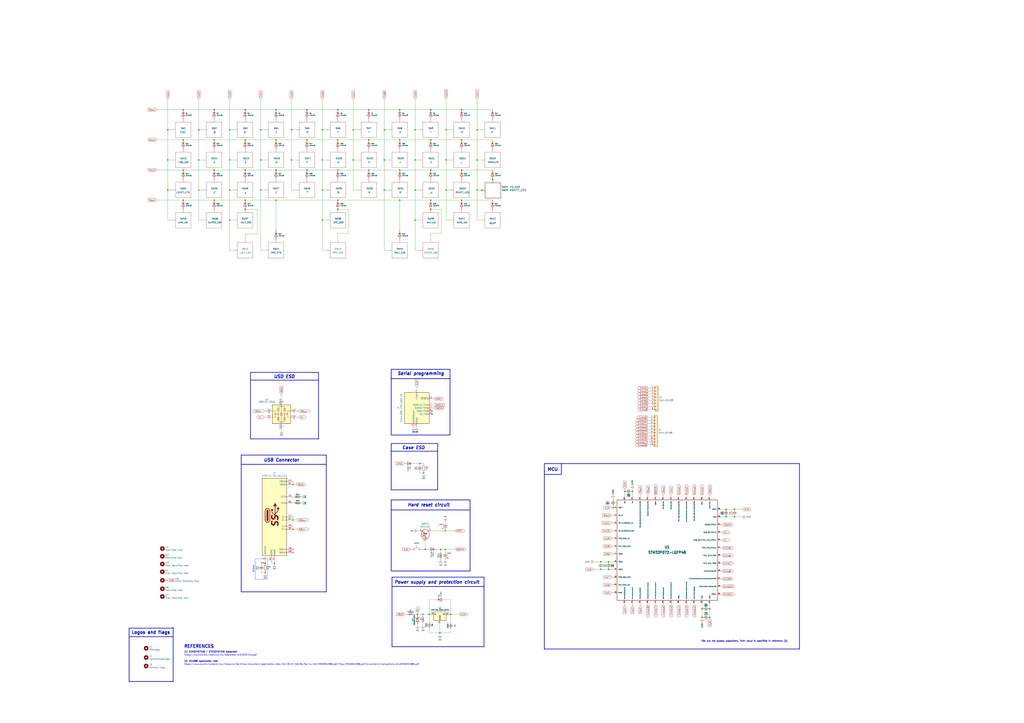
<source format=kicad_sch>
(kicad_sch (version 20230121) (generator eeschema)
  (paper "A1")
  (title_block (title "HammerheadPCB") (date "2019-09-14") (rev "V0.2") (company "Designed by Álvaro \"Gondolindrim\" Volpato"))
  (junction (at 240.665 434.975))
  (junction (at 252.095 139.7))
  (junction (at 582.93 500.38))
  (junction (at 370.205 504.825))
  (junction (at 175.895 114.935))
  (junction (at 353.695 139.7))
  (junction (at 499.745 461.645))
  (junction (at 264.795 106.68))
  (junction (at 576.58 500.38))
  (junction (at 328.295 139.7))
  (junction (at 493.395 461.645))
  (junction (at 328.295 164.465))
  (junction (at 277.495 90.17))
  (junction (at 226.695 90.17))
  (junction (at 315.595 131.445))
  (junction (at 340.995 131.445))
  (junction (at 163.195 131.445))
  (junction (at 175.895 164.465))
  (junction (at 217.805 462.915))
  (junction (at 150.495 114.935))
  (junction (at 340.995 106.68))
  (junction (at 277.495 164.465))
  (junction (at 328.295 114.935))
  (junction (at 391.795 106.68))
  (junction (at 290.195 106.68))
  (junction (at 240.665 398.145))
  (junction (at 366.395 131.445))
  (junction (at 150.495 164.465))
  (junction (at 163.195 106.68))
  (junction (at 391.795 156.21))
  (junction (at 264.795 180.975))
  (junction (at 513.08 403.86))
  (junction (at 404.495 147.32))
  (junction (at 226.695 114.935))
  (junction (at 576.58 507.365))
  (junction (at 519.43 403.86))
  (junction (at 150.495 90.17))
  (junction (at 361.315 520.065))
  (junction (at 352.425 504.825))
  (junction (at 302.895 90.17))
  (junction (at 315.595 106.68))
  (junction (at 217.805 470.535))
  (junction (at 188.595 106.68))
  (junction (at 175.895 139.7))
  (junction (at 175.895 90.17))
  (junction (at 225.425 462.915))
  (junction (at 366.395 106.68))
  (junction (at 353.695 90.17))
  (junction (at 315.595 156.21))
  (junction (at 239.395 106.68))
  (junction (at 365.76 436.245))
  (junction (at 201.295 172.085))
  (junction (at 201.295 164.465))
  (junction (at 201.295 114.935))
  (junction (at 137.795 131.445))
  (junction (at 277.495 139.7))
  (junction (at 493.395 467.995))
  (junction (at 347.345 504.825))
  (junction (at 226.695 139.7))
  (junction (at 201.295 139.7))
  (junction (at 264.795 131.445))
  (junction (at 277.495 172.085))
  (junction (at 499.745 467.995))
  (junction (at 582.93 507.365))
  (junction (at 163.195 156.21))
  (junction (at 252.095 90.17))
  (junction (at 379.095 164.465))
  (junction (at 340.995 180.975))
  (junction (at 347.98 388.62))
  (junction (at 379.095 114.935))
  (junction (at 240.665 427.355))
  (junction (at 379.095 139.7))
  (junction (at 290.195 131.445))
  (junction (at 353.695 114.935))
  (junction (at 391.795 131.445))
  (junction (at 366.395 156.21))
  (junction (at 226.695 164.465))
  (junction (at 353.695 164.465))
  (junction (at 596.265 424.815))
  (junction (at 342.9 504.825))
  (junction (at 137.795 156.21))
  (junction (at 344.805 381))
  (junction (at 277.495 114.935))
  (junction (at 201.295 90.17))
  (junction (at 302.895 139.7))
  (junction (at 361.95 451.485))
  (junction (at 503.555 417.195))
  (junction (at 349.25 451.485))
  (junction (at 137.795 106.68))
  (junction (at 340.995 156.21))
  (junction (at 302.895 114.935))
  (junction (at 379.095 90.17))
  (junction (at 188.595 180.975))
  (junction (at 365.76 451.485))
  (junction (at 239.395 131.445))
  (junction (at 213.995 131.445))
  (junction (at 213.995 106.68))
  (junction (at 603.25 418.465))
  (junction (at 252.095 114.935))
  (junction (at 603.25 424.815))
  (junction (at 188.595 156.21))
  (junction (at 150.495 139.7))
  (junction (at 188.595 131.445))
  (junction (at 395.605 156.21))
  (junction (at 264.795 156.21))
  (junction (at 328.295 90.17))
  (junction (at 353.695 172.085))
  (junction (at 213.995 156.21))
  (junction (at 596.265 418.465))
  (no_connect (at 354.965 337.82))
  (no_connect (at 240.665 451.485))
  (no_connect (at 354.965 340.36))
  (no_connect (at 240.665 454.025))
  (wire (pts (xy 342.265 351.79) (xy 342.265 350.52)))
  (wire (pts (xy 294.005 131.445) (xy 290.195 131.445)))
  (wire (pts (xy 502.285 474.345) (xy 504.19 474.345)))
  (wire (pts (xy 502.285 417.195) (xy 503.555 417.195)))
  (wire (pts (xy 217.805 462.915) (xy 214.63 462.915)))
  (polyline (pts (xy 205.74 306.07) (xy 205.74 360.68)) (stroke (width 0.508)))
  (wire (pts (xy 593.725 481.965) (xy 591.82 481.965)))
  (wire (pts (xy 286.385 172.085) (xy 286.385 191.77)))
  (wire (pts (xy 532.13 328.93) (xy 534.035 328.93)))
  (wire (pts (xy 163.195 131.445) (xy 163.195 156.21)))
  (wire (pts (xy 404.495 164.465) (xy 379.095 164.465)))
  (wire (pts (xy 201.295 164.465) (xy 226.695 164.465)))
  (wire (pts (xy 214.63 462.915) (xy 214.63 464.185)))
  (wire (pts (xy 302.895 139.7) (xy 328.295 139.7)))
  (wire (pts (xy 211.455 192.405) (xy 201.295 192.405)))
  (wire (pts (xy 354.33 436.245) (xy 365.76 436.245)))
  (wire (pts (xy 525.78 406.4) (xy 525.78 408.305)))
  (wire (pts (xy 217.805 470.535) (xy 217.805 471.805)))
  (wire (pts (xy 603.25 418.465) (xy 603.25 419.1)))
  (wire (pts (xy 264.795 81.28) (xy 264.795 106.68)))
  (wire (pts (xy 405.13 147.955) (xy 405.13 147.32)))
  (wire (pts (xy 150.495 139.7) (xy 175.895 139.7)))
  (wire (pts (xy 538.48 406.4) (xy 538.48 408.305)))
  (wire (pts (xy 188.595 156.21) (xy 188.595 131.445)))
  (wire (pts (xy 302.895 90.17) (xy 328.295 90.17)))
  (wire (pts (xy 391.795 180.975) (xy 395.605 180.975)))
  (wire (pts (xy 531.495 365.76) (xy 533.4 365.76)))
  (wire (pts (xy 201.295 114.935) (xy 226.695 114.935)))
  (wire (pts (xy 252.095 114.935) (xy 277.495 114.935)))
  (wire (pts (xy 342.9 504.825) (xy 347.345 504.825)))
  (wire (pts (xy 531.495 347.98) (xy 533.4 347.98)))
  (polyline (pts (xy 267.97 374.015) (xy 198.12 374.015)) (stroke (width 0.508)))
  (wire (pts (xy 576.58 508.635) (xy 576.58 507.365)))
  (polyline (pts (xy 219.71 476.25) (xy 209.55 476.25)))
  (wire (pts (xy 290.195 156.21) (xy 290.195 131.445)))
  (wire (pts (xy 551.18 497.84) (xy 551.18 495.935)))
  (wire (pts (xy 201.295 172.085) (xy 211.455 172.085)))
  (polyline (pts (xy 656.59 533.4) (xy 447.04 533.4)) (stroke (width 0.508)))
  (wire (pts (xy 493.395 467.36) (xy 493.395 467.995)))
  (wire (pts (xy 252.095 90.17) (xy 277.495 90.17)))
  (wire (pts (xy 328.295 114.935) (xy 353.695 114.935)))
  (wire (pts (xy 344.805 381) (xy 347.98 381)))
  (wire (pts (xy 231.14 354.33) (xy 231.14 353.06)))
  (wire (pts (xy 353.695 504.825) (xy 352.425 504.825)))
  (wire (pts (xy 370.205 131.445) (xy 366.395 131.445)))
  (wire (pts (xy 328.295 90.17) (xy 353.695 90.17)))
  (wire (pts (xy 344.805 106.68) (xy 340.995 106.68)))
  (wire (pts (xy 405.13 147.32) (xy 404.495 147.32)))
  (wire (pts (xy 214.63 469.265) (xy 214.63 470.535)))
  (wire (pts (xy 344.805 205.74) (xy 340.995 205.74)))
  (wire (pts (xy 395.605 156.21) (xy 391.795 156.21)))
  (wire (pts (xy 513.08 403.86) (xy 513.715 403.86)))
  (wire (pts (xy 531.495 353.06) (xy 533.4 353.06)))
  (wire (pts (xy 167.005 106.68) (xy 163.195 106.68)))
  (polyline (pts (xy 321.945 531.495) (xy 321.945 474.345)) (stroke (width 0.508)))
  (wire (pts (xy 379.095 114.935) (xy 404.495 114.935)))
  (wire (pts (xy 356.235 332.74) (xy 354.965 332.74)))
  (wire (pts (xy 370.205 504.825) (xy 370.205 511.81)))
  (wire (pts (xy 532.13 497.84) (xy 532.13 495.935)))
  (wire (pts (xy 576.58 507.365) (xy 577.215 507.365)))
  (wire (pts (xy 217.805 156.21) (xy 213.995 156.21)))
  (wire (pts (xy 128.905 164.465) (xy 150.495 164.465)))
  (wire (pts (xy 532.13 334.01) (xy 534.035 334.01)))
  (polyline (pts (xy 386.08 410.845) (xy 386.08 469.265)) (stroke (width 0.508)))
  (wire (pts (xy 277.495 114.935) (xy 302.895 114.935)))
  (wire (pts (xy 217.805 462.915) (xy 217.805 464.185)))
  (wire (pts (xy 163.195 106.68) (xy 163.195 131.445)))
  (wire (pts (xy 342.9 513.08) (xy 342.9 514.35)))
  (wire (pts (xy 531.495 363.22) (xy 533.4 363.22)))
  (wire (pts (xy 365.76 451.485) (xy 365.76 454.025)))
  (wire (pts (xy 563.88 497.84) (xy 563.88 495.935)))
  (wire (pts (xy 366.395 156.21) (xy 366.395 131.445)))
  (wire (pts (xy 596.265 418.465) (xy 603.25 418.465)))
  (wire (pts (xy 502.285 487.045) (xy 504.19 487.045)))
  (wire (pts (xy 188.595 156.21) (xy 188.595 180.975)))
  (wire (pts (xy 315.595 106.68) (xy 315.595 131.445)))
  (wire (pts (xy 502.285 442.595) (xy 504.19 442.595)))
  (wire (pts (xy 347.98 388.62) (xy 347.98 389.89)))
  (wire (pts (xy 593.725 475.615) (xy 591.82 475.615)))
  (wire (pts (xy 201.295 139.7) (xy 226.695 139.7)))
  (wire (pts (xy 319.405 205.74) (xy 315.595 205.74)))
  (wire (pts (xy 347.345 504.825) (xy 352.425 504.825)))
  (wire (pts (xy 339.725 381) (xy 344.805 381)))
  (wire (pts (xy 240.665 432.435) (xy 240.665 434.975)))
  (wire (pts (xy 192.405 205.74) (xy 188.595 205.74)))
  (wire (pts (xy 353.695 164.465) (xy 379.095 164.465)))
  (wire (pts (xy 344.805 156.21) (xy 340.995 156.21)))
  (wire (pts (xy 593.09 431.165) (xy 591.82 431.165)))
  (wire (pts (xy 315.595 131.445) (xy 315.595 156.21)))
  (wire (pts (xy 240.665 427.355) (xy 243.84 427.355)))
  (wire (pts (xy 365.76 436.245) (xy 373.38 436.245)))
  (polyline (pts (xy 321.31 419.1) (xy 386.08 419.1)) (stroke (width 0.508)))
  (polyline (pts (xy 397.51 474.345) (xy 397.51 531.495)) (stroke (width 0.508)))
  (wire (pts (xy 563.88 406.4) (xy 563.88 408.305)))
  (wire (pts (xy 344.805 388.62) (xy 347.98 388.62)))
  (wire (pts (xy 502.285 429.895) (xy 504.19 429.895)))
  (wire (pts (xy 370.205 106.68) (xy 366.395 106.68)))
  (wire (pts (xy 576.58 495.935) (xy 576.58 500.38)))
  (polyline (pts (xy 321.31 311.15) (xy 369.57 311.15)) (stroke (width 0.508)))
  (wire (pts (xy 167.005 180.975) (xy 163.195 180.975)))
  (wire (pts (xy 347.345 511.81) (xy 347.345 514.35)))
  (wire (pts (xy 340.995 180.975) (xy 340.995 205.74)))
  (wire (pts (xy 370.205 504.825) (xy 377.825 504.825)))
  (wire (pts (xy 603.25 424.815) (xy 609.6 424.815)))
  (wire (pts (xy 502.92 455.295) (xy 504.19 455.295)))
  (wire (pts (xy 593.725 469.265) (xy 591.82 469.265)))
  (wire (pts (xy 201.295 192.405) (xy 201.295 196.85)))
  (wire (pts (xy 603.25 418.465) (xy 609.6 418.465)))
  (wire (pts (xy 268.605 106.68) (xy 264.795 106.68)))
  (polyline (pts (xy 321.31 303.53) (xy 321.31 357.505)) (stroke (width 0.508)))
  (wire (pts (xy 239.395 81.28) (xy 239.395 106.68)))
  (wire (pts (xy 551.18 406.4) (xy 551.18 408.305)))
  (wire (pts (xy 315.595 205.74) (xy 315.595 156.21)))
  (wire (pts (xy 519.43 403.86) (xy 518.795 403.86)))
  (wire (pts (xy 277.495 164.465) (xy 328.295 164.465)))
  (wire (pts (xy 503.555 417.195) (xy 504.19 417.195)))
  (polyline (pts (xy 321.31 370.84) (xy 359.41 370.84)) (stroke (width 0.508)))
  (wire (pts (xy 175.895 139.7) (xy 201.295 139.7)))
  (wire (pts (xy 277.495 172.085) (xy 286.385 172.085)))
  (wire (pts (xy 349.25 445.135) (xy 349.25 451.485)))
  (wire (pts (xy 362.585 172.085) (xy 353.695 172.085)))
  (wire (pts (xy 268.605 156.21) (xy 264.795 156.21)))
  (polyline (pts (xy 198.12 374.015) (xy 198.12 486.41)) (stroke (width 0.508)))
  (polyline (pts (xy 321.31 364.49) (xy 321.31 402.59)) (stroke (width 0.508)))
  (wire (pts (xy 361.95 451.485) (xy 361.95 454.025)))
  (wire (pts (xy 344.805 382.27) (xy 344.805 381)))
  (wire (pts (xy 339.725 504.825) (xy 342.9 504.825)))
  (wire (pts (xy 532.13 326.39) (xy 534.035 326.39)))
  (polyline (pts (xy 321.945 481.965) (xy 397.51 481.965)) (stroke (width 0.508)))
  (wire (pts (xy 188.595 131.445) (xy 188.595 106.68)))
  (wire (pts (xy 264.795 106.68) (xy 264.795 131.445)))
  (wire (pts (xy 188.595 131.445) (xy 192.405 131.445)))
  (wire (pts (xy 277.495 191.77) (xy 277.495 196.85)))
  (wire (pts (xy 128.905 114.935) (xy 150.495 114.935)))
  (wire (pts (xy 365.76 429.895) (xy 365.76 428.625)))
  (wire (pts (xy 361.315 520.065) (xy 370.205 520.065)))
  (wire (pts (xy 576.58 500.38) (xy 576.58 507.365)))
  (wire (pts (xy 504.19 467.995) (xy 499.745 467.995)))
  (wire (pts (xy 340.995 81.28) (xy 340.995 106.68)))
  (polyline (pts (xy 321.945 474.345) (xy 397.51 474.345)) (stroke (width 0.508)))
  (wire (pts (xy 532.13 336.55) (xy 534.035 336.55)))
  (wire (pts (xy 163.195 156.21) (xy 163.195 180.975)))
  (wire (pts (xy 366.395 106.68) (xy 366.395 131.445)))
  (wire (pts (xy 347.345 451.485) (xy 349.25 451.485)))
  (wire (pts (xy 225.425 462.915) (xy 225.425 461.645)))
  (wire (pts (xy 226.695 139.7) (xy 252.095 139.7)))
  (polyline (pts (xy 267.97 486.41) (xy 267.97 374.015)) (stroke (width 0.508)))
  (wire (pts (xy 328.295 189.23) (xy 328.295 164.465)))
  (wire (pts (xy 361.315 521.97) (xy 361.315 520.065)))
  (wire (pts (xy 137.795 131.445) (xy 137.795 156.21)))
  (wire (pts (xy 141.605 131.445) (xy 137.795 131.445)))
  (wire (pts (xy 519.43 497.84) (xy 519.43 495.935)))
  (wire (pts (xy 137.795 156.21) (xy 137.795 180.975)))
  (wire (pts (xy 532.13 331.47) (xy 534.035 331.47)))
  (wire (pts (xy 243.205 106.68) (xy 239.395 106.68)))
  (wire (pts (xy 365.76 460.375) (xy 365.76 459.105)))
  (wire (pts (xy 356.235 335.28) (xy 354.965 335.28)))
  (wire (pts (xy 513.08 408.305) (xy 513.08 403.86)))
  (wire (pts (xy 531.495 360.68) (xy 533.4 360.68)))
  (wire (pts (xy 347.98 381) (xy 347.98 382.27)))
  (wire (pts (xy 366.395 81.28) (xy 366.395 106.68)))
  (polyline (pts (xy 447.04 389.89) (xy 461.01 389.89)) (stroke (width 0.508)))
  (wire (pts (xy 128.905 90.17) (xy 150.495 90.17)))
  (wire (pts (xy 502.285 436.245) (xy 504.19 436.245)))
  (polyline (pts (xy 205.74 312.42) (xy 261.62 312.42)) (stroke (width 0.508)))
  (wire (pts (xy 150.495 164.465) (xy 175.895 164.465)))
  (wire (pts (xy 362.585 172.085) (xy 362.585 191.77)))
  (wire (pts (xy 582.93 407.035) (xy 582.93 408.305)))
  (polyline (pts (xy 106.045 523.24) (xy 142.24 523.24)) (stroke (width 0.508)))
  (wire (pts (xy 379.095 90.17) (xy 404.495 90.17)))
  (wire (pts (xy 591.82 424.815) (xy 596.265 424.815)))
  (wire (pts (xy 531.495 355.6) (xy 533.4 355.6)))
  (wire (pts (xy 150.495 90.17) (xy 175.895 90.17)))
  (wire (pts (xy 240.665 395.605) (xy 240.665 398.145)))
  (wire (pts (xy 503.555 410.845) (xy 503.555 409.575)))
  (wire (pts (xy 353.695 90.17) (xy 379.095 90.17)))
  (wire (pts (xy 576.58 406.4) (xy 576.58 408.305)))
  (wire (pts (xy 557.53 406.4) (xy 557.53 408.305)))
  (wire (pts (xy 243.205 131.445) (xy 239.395 131.445)))
  (wire (pts (xy 217.17 342.9) (xy 218.44 342.9)))
  (polyline (pts (xy 656.59 381) (xy 656.59 533.4)) (stroke (width 0.508)))
  (wire (pts (xy 141.605 180.975) (xy 137.795 180.975)))
  (wire (pts (xy 319.405 106.68) (xy 315.595 106.68)))
  (wire (pts (xy 340.995 156.21) (xy 340.995 180.975)))
  (wire (pts (xy 503.555 417.195) (xy 503.555 415.925)))
  (wire (pts (xy 239.395 131.445) (xy 239.395 156.21)))
  (wire (pts (xy 175.895 164.465) (xy 201.295 164.465)))
  (wire (pts (xy 328.295 164.465) (xy 353.695 164.465)))
  (wire (pts (xy 349.25 451.485) (xy 351.155 451.485)))
  (wire (pts (xy 217.805 106.68) (xy 213.995 106.68)))
  (wire (pts (xy 356.235 327.66) (xy 354.965 327.66)))
  (wire (pts (xy 395.605 156.845) (xy 396.24 156.845)))
  (wire (pts (xy 576.58 500.38) (xy 577.215 500.38)))
  (wire (pts (xy 302.895 114.935) (xy 328.295 114.935)))
  (polyline (pts (xy 198.12 381.635) (xy 267.97 381.635)) (stroke (width 0.508)))
  (wire (pts (xy 247.015 413.385) (xy 247.65 413.385)))
  (wire (pts (xy 361.95 451.485) (xy 365.76 451.485)))
  (wire (pts (xy 240.665 434.975) (xy 243.84 434.975)))
  (wire (pts (xy 391.795 106.68) (xy 391.795 131.445)))
  (wire (pts (xy 499.745 467.995) (xy 499.745 467.36)))
  (wire (pts (xy 532.13 406.4) (xy 532.13 408.305)))
  (wire (pts (xy 513.08 401.955) (xy 513.08 403.86)))
  (wire (pts (xy 504.19 461.645) (xy 499.745 461.645)))
  (wire (pts (xy 365.125 492.76) (xy 370.205 492.76)))
  (wire (pts (xy 347.345 504.825) (xy 347.345 506.73)))
  (wire (pts (xy 582.93 500.38) (xy 582.93 507.365)))
  (wire (pts (xy 593.725 450.215) (xy 591.82 450.215)))
  (polyline (pts (xy 198.12 486.41) (xy 267.97 486.41)) (stroke (width 0.508)))
  (wire (pts (xy 531.495 345.44) (xy 533.4 345.44)))
  (wire (pts (xy 502.285 423.545) (xy 504.19 423.545)))
  (wire (pts (xy 201.295 90.17) (xy 226.695 90.17)))
  (wire (pts (xy 519.43 401.955) (xy 519.43 403.86)))
  (wire (pts (xy 243.205 156.21) (xy 239.395 156.21)))
  (wire (pts (xy 531.495 358.14) (xy 533.4 358.14)))
  (wire (pts (xy 217.805 131.445) (xy 213.995 131.445)))
  (wire (pts (xy 141.605 156.21) (xy 137.795 156.21)))
  (wire (pts (xy 247.015 408.305) (xy 247.65 408.305)))
  (wire (pts (xy 277.495 191.77) (xy 286.385 191.77)))
  (wire (pts (xy 370.205 504.825) (xy 370.205 492.76)))
  (polyline (pts (xy 359.41 402.59) (xy 321.31 402.59)) (stroke (width 0.508)))
  (wire (pts (xy 294.005 156.21) (xy 290.195 156.21)))
  (wire (pts (xy 226.695 90.17) (xy 252.095 90.17)))
  (polyline (pts (xy 106.045 560.07) (xy 142.24 560.07)) (stroke (width 0.508)))
  (wire (pts (xy 358.775 451.485) (xy 361.95 451.485)))
  (wire (pts (xy 264.795 156.21) (xy 264.795 131.445)))
  (wire (pts (xy 175.895 114.935) (xy 201.295 114.935)))
  (wire (pts (xy 217.805 461.645) (xy 217.805 462.915)))
  (wire (pts (xy 368.935 504.825) (xy 370.205 504.825)))
  (wire (pts (xy 268.605 180.975) (xy 264.795 180.975)))
  (wire (pts (xy 347.98 388.62) (xy 347.98 387.35)))
  (wire (pts (xy 222.885 462.915) (xy 225.425 462.915)))
  (wire (pts (xy 370.205 156.21) (xy 366.395 156.21)))
  (wire (pts (xy 596.265 424.815) (xy 603.25 424.815)))
  (wire (pts (xy 596.265 418.465) (xy 596.265 419.1)))
  (wire (pts (xy 582.93 500.38) (xy 582.295 500.38)))
  (wire (pts (xy 593.09 443.865) (xy 591.82 443.865)))
  (wire (pts (xy 344.805 131.445) (xy 340.995 131.445)))
  (wire (pts (xy 290.195 106.68) (xy 290.195 131.445)))
  (wire (pts (xy 315.595 81.28) (xy 315.595 106.68)))
  (wire (pts (xy 137.795 81.28) (xy 137.795 106.68)))
  (polyline (pts (xy 205.74 360.68) (xy 261.62 360.68)) (stroke (width 0.508)))
  (wire (pts (xy 213.995 131.445) (xy 213.995 156.21)))
  (wire (pts (xy 365.76 451.485) (xy 373.38 451.485)))
  (wire (pts (xy 395.605 106.68) (xy 391.795 106.68)))
  (polyline (pts (xy 219.71 459.105) (xy 219.71 476.25)))
  (polyline (pts (xy 261.62 360.68) (xy 261.62 306.07)) (stroke (width 0.508)))
  (polyline (pts (xy 209.55 476.25) (xy 209.55 459.105)))
  (wire (pts (xy 319.405 131.445) (xy 315.595 131.445)))
  (wire (pts (xy 240.665 424.815) (xy 240.665 427.355)))
  (wire (pts (xy 379.095 139.7) (xy 404.495 139.7)))
  (polyline (pts (xy 447.04 533.4) (xy 447.04 381)) (stroke (width 0.508)))
  (wire (pts (xy 211.455 172.085) (xy 211.455 192.405)))
  (wire (pts (xy 557.53 497.84) (xy 557.53 495.935)))
  (wire (pts (xy 268.605 205.74) (xy 264.795 205.74)))
  (wire (pts (xy 294.005 106.68) (xy 290.195 106.68)))
  (polyline (pts (xy 321.31 410.845) (xy 321.31 469.265)) (stroke (width 0.508)))
  (wire (pts (xy 264.795 180.975) (xy 264.795 205.74)))
  (wire (pts (xy 128.905 139.7) (xy 150.495 139.7)))
  (wire (pts (xy 277.495 139.7) (xy 302.895 139.7)))
  (wire (pts (xy 264.795 156.21) (xy 264.795 180.975)))
  (polyline (pts (xy 142.24 515.62) (xy 142.24 560.07)) (stroke (width 0.508)))
  (wire (pts (xy 243.84 398.145) (xy 240.665 398.145)))
  (wire (pts (xy 340.995 106.68) (xy 340.995 131.445)))
  (wire (pts (xy 342.265 318.135) (xy 342.265 320.04)))
  (wire (pts (xy 370.205 520.065) (xy 370.205 516.89)))
  (wire (pts (xy 582.93 495.935) (xy 582.93 500.38)))
  (wire (pts (xy 217.17 337.82) (xy 218.44 337.82)))
  (wire (pts (xy 353.695 114.935) (xy 379.095 114.935)))
  (polyline (pts (xy 321.31 357.505) (xy 369.57 357.505)) (stroke (width 0.508)))
  (wire (pts (xy 532.13 318.77) (xy 534.035 318.77)))
  (wire (pts (xy 252.095 139.7) (xy 277.495 139.7)))
  (wire (pts (xy 499.745 461.645) (xy 499.745 462.28)))
  (wire (pts (xy 240.665 408.305) (xy 241.935 408.305)))
  (wire (pts (xy 213.995 106.68) (xy 213.995 131.445)))
  (wire (pts (xy 290.195 81.28) (xy 290.195 106.68)))
  (wire (pts (xy 226.695 189.23) (xy 226.695 164.465)))
  (wire (pts (xy 519.43 408.305) (xy 519.43 403.86)))
  (wire (pts (xy 167.005 156.21) (xy 163.195 156.21)))
  (wire (pts (xy 239.395 106.68) (xy 239.395 131.445)))
  (wire (pts (xy 231.14 324.485) (xy 231.14 327.66)))
  (polyline (pts (xy 447.04 381) (xy 656.59 381)) (stroke (width 0.508)))
  (wire (pts (xy 175.895 90.17) (xy 201.295 90.17)))
  (wire (pts (xy 344.805 387.35) (xy 344.805 388.62)))
  (wire (pts (xy 487.68 467.995) (xy 493.395 467.995)))
  (wire (pts (xy 582.295 507.365) (xy 582.93 507.365)))
  (wire (pts (xy 214.63 470.535) (xy 217.805 470.535)))
  (polyline (pts (xy 369.57 303.53) (xy 369.57 357.505)) (stroke (width 0.508)))
  (wire (pts (xy 538.48 497.84) (xy 538.48 495.935)))
  (wire (pts (xy 493.395 467.995) (xy 499.745 467.995)))
  (polyline (pts (xy 321.31 364.49) (xy 359.41 364.49)) (stroke (width 0.508)))
  (wire (pts (xy 593.09 437.515) (xy 591.82 437.515)))
  (wire (pts (xy 513.08 497.84) (xy 513.08 495.935)))
  (wire (pts (xy 141.605 106.68) (xy 137.795 106.68)))
  (wire (pts (xy 391.795 81.28) (xy 391.795 106.68)))
  (wire (pts (xy 591.82 418.465) (xy 596.265 418.465)))
  (wire (pts (xy 243.84 337.82) (xy 245.11 337.82)))
  (wire (pts (xy 353.695 191.77) (xy 362.585 191.77)))
  (wire (pts (xy 339.725 351.79) (xy 339.725 350.52)))
  (wire (pts (xy 163.195 81.28) (xy 163.195 106.68)))
  (polyline (pts (xy 397.51 531.495) (xy 321.945 531.495)) (stroke (width 0.508)))
  (wire (pts (xy 342.9 436.245) (xy 344.17 436.245)))
  (wire (pts (xy 225.425 464.185) (xy 225.425 462.915)))
  (wire (pts (xy 352.425 516.255) (xy 352.425 520.065)))
  (wire (pts (xy 366.395 156.21) (xy 366.395 180.975)))
  (wire (pts (xy 525.78 497.84) (xy 525.78 495.935)))
  (wire (pts (xy 570.23 406.4) (xy 570.23 408.305)))
  (wire (pts (xy 593.725 462.915) (xy 591.82 462.915)))
  (wire (pts (xy 593.725 488.315) (xy 591.82 488.315)))
  (wire (pts (xy 217.805 470.535) (xy 217.805 469.265)))
  (wire (pts (xy 332.74 504.825) (xy 334.645 504.825)))
  (wire (pts (xy 361.315 512.445) (xy 361.315 520.065)))
  (wire (pts (xy 188.595 180.975) (xy 188.595 205.74)))
  (wire (pts (xy 502.285 448.945) (xy 504.19 448.945)))
  (wire (pts (xy 342.9 502.92) (xy 342.9 504.825)))
  (wire (pts (xy 277.495 90.17) (xy 302.895 90.17)))
  (wire (pts (xy 544.83 406.4) (xy 544.83 408.305)))
  (wire (pts (xy 243.84 342.9) (xy 245.11 342.9)))
  (wire (pts (xy 344.805 180.975) (xy 340.995 180.975)))
  (wire (pts (xy 570.23 497.84) (xy 570.23 495.935)))
  (wire (pts (xy 531.495 342.9) (xy 533.4 342.9)))
  (polyline (pts (xy 261.62 306.07) (xy 205.74 306.07)) (stroke (width 0.508)))
  (polyline (pts (xy 209.55 459.105) (xy 219.71 459.105)))
  (wire (pts (xy 268.605 131.445) (xy 264.795 131.445)))
  (wire (pts (xy 531.495 350.52) (xy 533.4 350.52)))
  (wire (pts (xy 493.395 461.645) (xy 493.395 462.28)))
  (wire (pts (xy 137.795 106.68) (xy 137.795 131.445)))
  (wire (pts (xy 222.885 461.645) (xy 222.885 462.915)))
  (wire (pts (xy 319.405 156.21) (xy 315.595 156.21)))
  (wire (pts (xy 150.495 114.935) (xy 175.895 114.935)))
  (wire (pts (xy 226.695 164.465) (xy 277.495 164.465)))
  (wire (pts (xy 365.76 434.975) (xy 365.76 436.245)))
  (wire (pts (xy 493.395 461.645) (xy 499.745 461.645)))
  (wire (pts (xy 192.405 106.68) (xy 188.595 106.68)))
  (wire (pts (xy 226.695 114.935) (xy 252.095 114.935)))
  (wire (pts (xy 192.405 180.975) (xy 188.595 180.975)))
  (wire (pts (xy 502.285 480.695) (xy 504.19 480.695)))
  (wire (pts (xy 192.405 156.21) (xy 188.595 156.21)))
  (wire (pts (xy 370.205 180.975) (xy 366.395 180.975)))
  (wire (pts (xy 395.605 131.445) (xy 391.795 131.445)))
  (wire (pts (xy 593.725 456.565) (xy 591.82 456.565)))
  (polyline (pts (xy 321.31 303.53) (xy 369.57 303.53)) (stroke (width 0.508)))
  (wire (pts (xy 361.315 520.065) (xy 352.425 520.065)))
  (wire (pts (xy 217.805 205.74) (xy 213.995 205.74)))
  (wire (pts (xy 596.265 424.815) (xy 596.265 424.18)))
  (wire (pts (xy 395.605 156.21) (xy 395.605 156.845)))
  (wire (pts (xy 213.995 205.74) (xy 213.995 156.21)))
  (wire (pts (xy 167.005 131.445) (xy 163.195 131.445)))
  (wire (pts (xy 328.295 139.7) (xy 353.695 139.7)))
  (polyline (pts (xy 106.045 516.255) (xy 142.24 516.255)) (stroke (width 0.508)))
  (wire (pts (xy 213.995 81.28) (xy 213.995 106.68)))
  (wire (pts (xy 188.595 81.28) (xy 188.595 106.68)))
  (polyline (pts (xy 359.41 364.49) (xy 359.41 402.59)) (stroke (width 0.508)))
  (wire (pts (xy 353.695 139.7) (xy 379.095 139.7)))
  (polyline (pts (xy 321.31 410.845) (xy 386.08 410.845)) (stroke (width 0.508)))
  (polyline (pts (xy 106.045 516.255) (xy 106.045 560.07)) (stroke (width 0.508)))
  (wire (pts (xy 352.425 492.76) (xy 357.505 492.76)))
  (polyline (pts (xy 461.01 389.89) (xy 461.01 381)) (stroke (width 0.508)))
  (wire (pts (xy 582.93 508.635) (xy 582.93 507.365)))
  (wire (pts (xy 532.13 321.31) (xy 534.035 321.31)))
  (wire (pts (xy 352.425 504.825) (xy 352.425 511.175)))
  (wire (pts (xy 532.13 323.85) (xy 534.035 323.85)))
  (wire (pts (xy 391.795 131.445) (xy 391.795 156.21)))
  (wire (pts (xy 240.665 413.385) (xy 241.935 413.385)))
  (wire (pts (xy 544.83 497.84) (xy 544.83 495.935)))
  (wire (pts (xy 603.25 424.18) (xy 603.25 424.815)))
  (wire (pts (xy 487.68 461.645) (xy 493.395 461.645)))
  (wire (pts (xy 391.795 156.21) (xy 391.795 180.975)))
  (wire (pts (xy 352.425 504.825) (xy 352.425 492.76)))
  (wire (pts (xy 342.9 504.825) (xy 342.9 505.46)))
  (wire (pts (xy 361.95 460.375) (xy 361.95 459.105)))
  (wire (pts (xy 353.695 191.77) (xy 353.695 196.85)))
  (wire (pts (xy 340.995 131.445) (xy 340.995 156.21)))
  (polyline (pts (xy 386.08 469.265) (xy 321.31 469.265)) (stroke (width 0.508)))
  (text "https://www.st.com/content/ccc/resource/technical/document/application_note/c9/19/d7/b8/6b/0e/4c/d3/DM00051986.pdf/files/DM00051986.pdf/jcr:content/translations/en.DM00051986.pdf" (at 151.13 546.735 0) (effects (font (size 1.27 1.27)) (justify left bottom)))
  (text "USD ESD" (at 224.79 311.15 0) (effects (font (size 2.54 2.54) (thickness 0.508) bold italic) (justify left bottom)))
  (text "Power supply and protection circuit" (at 323.85 480.06 0) (effects (font (size 2.54 2.54) (thickness 0.508) bold italic) (justify left bottom)))
  (text "[2] AN4080 Application note" (at 151.13 544.195 0) (effects (font (size 1.27 1.27) (thickness 0.254) bold) (justify left bottom)))
  (text "MCU" (at 449.58 387.35 0) (effects (font (size 2.54 2.54) (thickness 0.508) bold) (justify left bottom)))
  (text "https://www.st.com/resource/en/datasheet/stm32f072rb.pdf" (at 151.13 539.115 0) (effects (font (size 1.27 1.27)) (justify left bottom)))
  (text "Case ESD" (at 330.2 369.57 0) (effects (font (size 2.54 2.54) (thickness 0.508) bold italic) (justify left bottom)))
  (text "CBx are the bypass capacitors. Their value is specified in reference [2]." (at 575.945 527.685 0) (effects (font (size 1.27 1.27) (thickness 0.254) bold) (justify left bottom)))
  (text "USB Connector" (at 216.535 379.73 0) (effects (font (size 2.54 2.54) (thickness 0.508) bold italic) (justify left bottom)))
  (text "Hard reset circuit" (at 334.645 416.56 0) (effects (font (size 2.54 2.54) (thickness 0.508) bold italic) (justify left bottom)))
  (text "REFERENCES" (at 151.13 532.765 0) (effects (font (size 2.54 2.54) (thickness 0.508) bold) (justify left bottom)))
  (text "[1] STM32F072x8 / STM32F072xB datasheet" (at 151.13 536.575 0) (effects (font (size 1.27 1.27) (thickness 0.254) bold) (justify left bottom)))
  (text "Shield" (at 208.915 470.535 90) (effects (font (size 1.27 1.27)) (justify left bottom)))
  (text "Logos and flags" (at 107.95 521.335 0) (effects (font (size 2.54 2.54) (thickness 0.508) bold) (justify left bottom)))
  (text "Serial programming" (at 326.39 308.61 0) (effects (font (size 2.54 2.54) (thickness 0.508) bold italic) (justify left bottom)))
  (label "SHIELD" (at 217.17 462.915 180) (effects (font (size 0.508 0.508))))
  (global_label "Row3" (shape input) (at 502.285 423.545 180) (property "Intersheetrefs" "${INTERSHEET_REFS}" (effects hide)))
  (global_label "SWCLK" (shape input) (at 582.93 407.035 90) (property "Intersheetrefs" "${INTERSHEET_REFS}" (effects hide)))
  (global_label "Extra7" (shape output) (at 593.725 462.915 0) (property "Intersheetrefs" "${INTERSHEET_REFS}" (effects hide)))
  (global_label "VBUS" (shape input) (at 231.14 324.485 90) (property "Intersheetrefs" "${INTERSHEET_REFS}" (effects hide)))
  (global_label "VBUS" (shape input) (at 332.74 504.825 180) (property "Intersheetrefs" "${INTERSHEET_REFS}" (effects hide)))
  (global_label "Extra6" (shape output) (at 532.13 331.47 180) (property "Intersheetrefs" "${INTERSHEET_REFS}" (effects hide)))
  (global_label "Col1" (shape input) (at 551.18 406.4 90) (property "Intersheetrefs" "${INTERSHEET_REFS}" (effects hide)))
  (global_label "Extra16" (shape output) (at 531.495 360.68 180) (property "Intersheetrefs" "${INTERSHEET_REFS}" (effects hide)))
  (global_label "DBus-" (shape bidirectional) (at 243.84 434.975 0) (property "Intersheetrefs" "${INTERSHEET_REFS}" (effects hide)))
  (global_label "Col8" (shape input) (at 502.285 448.945 180) (property "Intersheetrefs" "${INTERSHEET_REFS}" (effects hide)))
  (global_label "Col3" (shape input) (at 519.43 497.84 270) (property "Intersheetrefs" "${INTERSHEET_REFS}" (effects hide)))
  (global_label "Extra2" (shape output) (at 532.13 321.31 180) (property "Intersheetrefs" "${INTERSHEET_REFS}" (effects hide)))
  (global_label "NRST" (shape bidirectional) (at 373.38 436.245 0) (property "Intersheetrefs" "${INTERSHEET_REFS}" (effects hide)))
  (global_label "Extra11" (shape output) (at 531.495 347.98 180) (property "Intersheetrefs" "${INTERSHEET_REFS}" (effects hide)))
  (global_label "Extra3" (shape output) (at 532.13 323.85 180) (property "Intersheetrefs" "${INTERSHEET_REFS}" (effects hide)))
  (global_label "Col4" (shape input) (at 513.08 497.84 270) (property "Intersheetrefs" "${INTERSHEET_REFS}" (effects hide)))
  (global_label "VBUS" (shape output) (at 243.84 398.145 0) (property "Intersheetrefs" "${INTERSHEET_REFS}" (effects hide)))
  (global_label "Col1" (shape input) (at 137.795 81.28 90) (property "Intersheetrefs" "${INTERSHEET_REFS}" (effects hide)))
  (global_label "Col5" (shape input) (at 502.285 487.045 180) (property "Intersheetrefs" "${INTERSHEET_REFS}" (effects hide)))
  (global_label "Col11" (shape input) (at 502.285 429.895 180) (property "Intersheetrefs" "${INTERSHEET_REFS}" (effects hide)))
  (global_label "Col2" (shape input) (at 525.78 497.84 270) (property "Intersheetrefs" "${INTERSHEET_REFS}" (effects hide)))
  (global_label "Row1" (shape input) (at 544.83 406.4 90) (property "Intersheetrefs" "${INTERSHEET_REFS}" (effects hide)))
  (global_label "Extra5" (shape output) (at 593.725 450.215 0) (property "Intersheetrefs" "${INTERSHEET_REFS}" (effects hide)))
  (global_label "Row2" (shape input) (at 532.13 406.4 90) (property "Intersheetrefs" "${INTERSHEET_REFS}" (effects hide)))
  (global_label "Col10" (shape input) (at 366.395 81.28 90) (property "Intersheetrefs" "${INTERSHEET_REFS}" (effects hide)))
  (global_label "D+" (shape bidirectional) (at 593.09 437.515 0) (property "Intersheetrefs" "${INTERSHEET_REFS}" (effects hide)))
  (global_label "Row4" (shape input) (at 525.78 406.4 90) (property "Intersheetrefs" "${INTERSHEET_REFS}" (effects hide)))
  (global_label "NRST" (shape input) (at 356.235 327.66 0) (property "Intersheetrefs" "${INTERSHEET_REFS}" (effects hide)))
  (global_label "Extra1" (shape output) (at 557.53 406.4 90) (property "Intersheetrefs" "${INTERSHEET_REFS}" (effects hide)))
  (global_label "Col7" (shape input) (at 290.195 81.28 90) (property "Intersheetrefs" "${INTERSHEET_REFS}" (effects hide)))
  (global_label "Col9" (shape input) (at 502.285 442.595 180) (property "Intersheetrefs" "${INTERSHEET_REFS}" (effects hide)))
  (global_label "3.3V" (shape output) (at 377.825 504.825 0) (property "Intersheetrefs" "${INTERSHEET_REFS}" (effects hide)))
  (global_label "Extra9" (shape output) (at 531.495 342.9 180) (property "Intersheetrefs" "${INTERSHEET_REFS}" (effects hide)))
  (global_label "Extra4" (shape output) (at 532.13 326.39 180) (property "Intersheetrefs" "${INTERSHEET_REFS}" (effects hide)))
  (global_label "SWDIO" (shape input) (at 356.235 335.28 0) (property "Intersheetrefs" "${INTERSHEET_REFS}" (effects hide)))
  (global_label "3.3V" (shape input) (at 513.08 401.955 90) (property "Intersheetrefs" "${INTERSHEET_REFS}" (effects hide)))
  (global_label "Col9" (shape input) (at 340.995 81.28 90) (property "Intersheetrefs" "${INTERSHEET_REFS}" (effects hide)))
  (global_label "Extra1" (shape output) (at 532.13 318.77 180) (property "Intersheetrefs" "${INTERSHEET_REFS}" (effects hide)))
  (global_label "CASE" (shape input) (at 137.16 476.885 0) (property "Intersheetrefs" "${INTERSHEET_REFS}" (effects hide)))
  (global_label "Extra7" (shape output) (at 532.13 334.01 180) (property "Intersheetrefs" "${INTERSHEET_REFS}" (effects hide)))
  (global_label "3.3V" (shape input) (at 582.93 508.635 270) (property "Intersheetrefs" "${INTERSHEET_REFS}" (effects hide)))
  (global_label "Extra13" (shape output) (at 531.495 353.06 180) (property "Intersheetrefs" "${INTERSHEET_REFS}" (effects hide)))
  (global_label "Col7" (shape input) (at 502.285 474.345 180) (property "Intersheetrefs" "${INTERSHEET_REFS}" (effects hide)))
  (global_label "DBus-" (shape bidirectional) (at 217.17 337.82 180) (property "Intersheetrefs" "${INTERSHEET_REFS}" (effects hide)))
  (global_label "Col4" (shape input) (at 213.995 81.28 90) (property "Intersheetrefs" "${INTERSHEET_REFS}" (effects hide)))
  (global_label "BOOT0" (shape bidirectional) (at 373.38 451.485 0) (property "Intersheetrefs" "${INTERSHEET_REFS}" (effects hide)))
  (global_label "SWCLK" (shape input) (at 356.235 332.74 0) (property "Intersheetrefs" "${INTERSHEET_REFS}" (effects hide)))
  (global_label "Extra10" (shape output) (at 593.725 481.965 0) (property "Intersheetrefs" "${INTERSHEET_REFS}" (effects hide)))
  (global_label "3.3V" (shape input) (at 487.68 467.995 180) (property "Intersheetrefs" "${INTERSHEET_REFS}" (effects hide)))
  (global_label "3.3V" (shape input) (at 342.265 318.135 90) (property "Intersheetrefs" "${INTERSHEET_REFS}" (effects hide)))
  (global_label "3.3V" (shape input) (at 337.185 451.485 180) (property "Intersheetrefs" "${INTERSHEET_REFS}" (effects hide)))
  (global_label "Row2" (shape input) (at 128.905 114.935 180) (property "Intersheetrefs" "${INTERSHEET_REFS}" (effects hide)))
  (global_label "Col2" (shape input) (at 163.195 81.28 90) (property "Intersheetrefs" "${INTERSHEET_REFS}" (effects hide)))
  (global_label "Extra17" (shape output) (at 538.48 497.84 270) (property "Intersheetrefs" "${INTERSHEET_REFS}" (effects hide)))
  (global_label "Col10" (shape input) (at 502.285 436.245 180) (property "Intersheetrefs" "${INTERSHEET_REFS}" (effects hide)))
  (global_label "Extra9" (shape output) (at 593.725 475.615 0) (property "Intersheetrefs" "${INTERSHEET_REFS}" (effects hide)))
  (global_label "Extra18" (shape output) (at 531.495 365.76 180) (property "Intersheetrefs" "${INTERSHEET_REFS}" (effects hide)))
  (global_label "Row4" (shape input) (at 128.905 164.465 180) (property "Intersheetrefs" "${INTERSHEET_REFS}" (effects hide)))
  (global_label "Col6" (shape input) (at 264.795 81.28 90) (property "Intersheetrefs" "${INTERSHEET_REFS}" (effects hide)))
  (global_label "D+" (shape bidirectional) (at 245.11 342.9 0) (property "Intersheetrefs" "${INTERSHEET_REFS}" (effects hide)))
  (global_label "DBus+" (shape bidirectional) (at 245.11 337.82 0) (property "Intersheetrefs" "${INTERSHEET_REFS}" (effects hide)))
  (global_label "Col11" (shape input) (at 391.795 81.28 90) (property "Intersheetrefs" "${INTERSHEET_REFS}" (effects hide)))
  (global_label "Extra18" (shape output) (at 532.13 497.84 270) (property "Intersheetrefs" "${INTERSHEET_REFS}" (effects hide)))
  (global_label "Extra14" (shape output) (at 557.53 497.84 270) (property "Intersheetrefs" "${INTERSHEET_REFS}" (effects hide)))
  (global_label "Extra6" (shape output) (at 593.725 456.565 0) (property "Intersheetrefs" "${INTERSHEET_REFS}" (effects hide)))
  (global_label "Extra2" (shape output) (at 563.88 406.4 90) (property "Intersheetrefs" "${INTERSHEET_REFS}" (effects hide)))
  (global_label "Row3" (shape input) (at 128.905 139.7 180) (property "Intersheetrefs" "${INTERSHEET_REFS}" (effects hide)))
  (global_label "Col5" (shape input) (at 239.395 81.28 90) (property "Intersheetrefs" "${INTERSHEET_REFS}" (effects hide)))
  (global_label "Extra15" (shape output) (at 551.18 497.84 270) (property "Intersheetrefs" "${INTERSHEET_REFS}" (effects hide)))
  (global_label "Extra13" (shape output) (at 563.88 497.84 270) (property "Intersheetrefs" "${INTERSHEET_REFS}" (effects hide)))
  (global_label "SWDIO" (shape input) (at 593.09 431.165 0) (property "Intersheetrefs" "${INTERSHEET_REFS}" (effects hide)))
  (global_label "Extra4" (shape output) (at 576.58 406.4 90) (property "Intersheetrefs" "${INTERSHEET_REFS}" (effects hide)))
  (global_label "Col8" (shape input) (at 315.595 81.28 90) (property "Intersheetrefs" "${INTERSHEET_REFS}" (effects hide)))
  (global_label "D-" (shape bidirectional) (at 593.09 443.865 0) (property "Intersheetrefs" "${INTERSHEET_REFS}" (effects hide)))
  (global_label "3.3V" (shape input) (at 609.6 418.465 0) (property "Intersheetrefs" "${INTERSHEET_REFS}" (effects hide)))
  (global_label "Extra12" (shape output) (at 570.23 497.84 270) (property "Intersheetrefs" "${INTERSHEET_REFS}" (effects hide)))
  (global_label "Extra12" (shape output) (at 531.495 350.52 180) (property "Intersheetrefs" "${INTERSHEET_REFS}" (effects hide)))
  (global_label "BOOT0" (shape output) (at 538.48 406.4 90) (property "Intersheetrefs" "${INTERSHEET_REFS}" (effects hide)))
  (global_label "Row1" (shape input) (at 128.905 90.17 180) (property "Intersheetrefs" "${INTERSHEET_REFS}" (effects hide)))
  (global_label "Extra15" (shape output) (at 531.495 358.14 180) (property "Intersheetrefs" "${INTERSHEET_REFS}" (effects hide)))
  (global_label "D-" (shape bidirectional) (at 217.17 342.9 180) (property "Intersheetrefs" "${INTERSHEET_REFS}" (effects hide)))
  (global_label "Extra10" (shape output) (at 531.495 345.44 180) (property "Intersheetrefs" "${INTERSHEET_REFS}" (effects hide)))
  (global_label "Extra17" (shape output) (at 531.495 363.22 180) (property "Intersheetrefs" "${INTERSHEET_REFS}" (effects hide)))
  (global_label "3.3V" (shape input) (at 502.285 417.195 180) (property "Intersheetrefs" "${INTERSHEET_REFS}" (effects hide)))
  (global_label "Extra5" (shape output) (at 532.13 328.93 180) (property "Intersheetrefs" "${INTERSHEET_REFS}" (effects hide)))
  (global_label "CASE" (shape input) (at 332.105 381 180) (property "Intersheetrefs" "${INTERSHEET_REFS}" (effects hide)))
  (global_label "Extra11" (shape output) (at 593.725 488.315 0) (property "Intersheetrefs" "${INTERSHEET_REFS}" (effects hide)))
  (global_label "Col3" (shape input) (at 188.595 81.28 90) (property "Intersheetrefs" "${INTERSHEET_REFS}" (effects hide)))
  (global_label "Extra3" (shape output) (at 570.23 406.4 90) (property "Intersheetrefs" "${INTERSHEET_REFS}" (effects hide)))
  (global_label "NRST" (shape input) (at 502.92 455.295 180) (property "Intersheetrefs" "${INTERSHEET_REFS}" (effects hide)))
  (global_label "DBus+" (shape bidirectional) (at 243.84 427.355 0) (property "Intersheetrefs" "${INTERSHEET_REFS}" (effects hide)))
  (global_label "Extra16" (shape output) (at 544.83 497.84 270) (property "Intersheetrefs" "${INTERSHEET_REFS}" (effects hide)))
  (global_label "Extra8" (shape output) (at 532.13 336.55 180) (property "Intersheetrefs" "${INTERSHEET_REFS}" (effects hide)))
  (global_label "5V" (shape output) (at 342.9 502.92 90) (property "Intersheetrefs" "${INTERSHEET_REFS}" (effects hide)))
  (global_label "Col6" (shape input) (at 502.285 480.695 180) (property "Intersheetrefs" "${INTERSHEET_REFS}" (effects hide)))
  (global_label "Extra8" (shape output) (at 593.725 469.265 0) (property "Intersheetrefs" "${INTERSHEET_REFS}" (effects hide)))
  (global_label "Extra14" (shape output) (at 531.495 355.6 180) (property "Intersheetrefs" "${INTERSHEET_REFS}" (effects hide)))
  (symbol (lib_id "hammerhead-rescue:MXSwitch-acheronSymbols") (at 150.495 106.68 0) (unit 1)
    (property "Reference" "SW1" (at 148.59 105.41 0) (effects (justify left)))
    (property "Value" "ESC" (at 147.955 108.585 0) (effects (font (size 1.524 1.524) italic) (justify left)))
    (property "Footprint" "acheron_MX_SolderMask:MX100" (effects hide))
  )
  (symbol (lib_id "Device:D") (at 150.495 93.98 270) (unit 1)
    (property "Reference" "D1" (at 152.5016 93.1926 90) (effects (font (size 0.7874 0.7874)) (justify left)))
    (property "Value" "1N4148" (at 152.5016 94.7674 90) (effects (font (size 0.7874 0.7874)) (justify left)))
    (property "Footprint" "acheron_Components:D_SOD-123" (effects hide))
  )
  (symbol (lib_id "hammerhead-rescue:MXSwitch-acheronSymbols") (at 175.895 106.68 0) (unit 1)
    (property "Reference" "SW2" (at 173.99 105.41 0) (effects (justify left)))
    (property "Value" "Q" (at 175.26 108.585 0) (effects (font (size 1.524 1.524) italic) (justify left)))
    (property "Footprint" "acheron_MX_SolderMask:MX100" (effects hide))
  )
  (symbol (lib_id "Device:D") (at 175.895 93.98 270) (unit 1)
    (property "Reference" "D2" (at 177.9016 93.1926 90) (effects (font (size 0.7874 0.7874)) (justify left)))
    (property "Value" "1N4148" (at 177.9016 94.7674 90) (effects (font (size 0.7874 0.7874)) (justify left)))
    (property "Footprint" "acheron_Components:D_SOD-123" (effects hide))
  )
  (symbol (lib_id "hammerhead-rescue:MXSwitch-acheronSymbols") (at 201.295 106.68 0) (unit 1)
    (property "Reference" "SW3" (at 199.39 105.41 0) (effects (justify left)))
    (property "Value" "W" (at 200.025 108.585 0) (effects (font (size 1.524 1.524) italic) (justify left)))
    (property "Footprint" "acheron_MX_SolderMask:MX100" (effects hide))
  )
  (symbol (lib_id "Device:D") (at 201.295 93.98 270) (unit 1)
    (property "Reference" "D3" (at 203.3016 93.1926 90) (effects (font (size 0.7874 0.7874)) (justify left)))
    (property "Value" "1N4148" (at 203.3016 94.7674 90) (effects (font (size 0.7874 0.7874)) (justify left)))
    (property "Footprint" "acheron_Components:D_SOD-123" (effects hide))
  )
  (symbol (lib_id "hammerhead-rescue:MXSwitch-acheronSymbols") (at 226.695 106.68 0) (unit 1)
    (property "Reference" "SW4" (at 224.79 105.41 0) (effects (justify left)))
    (property "Value" "E" (at 226.06 108.585 0) (effects (font (size 1.524 1.524) italic) (justify left)))
    (property "Footprint" "acheron_MX_SolderMask:MX100" (effects hide))
  )
  (symbol (lib_id "Device:D") (at 226.695 93.98 270) (unit 1)
    (property "Reference" "D4" (at 228.7016 93.1926 90) (effects (font (size 0.7874 0.7874)) (justify left)))
    (property "Value" "1N4148" (at 228.7016 94.7674 90) (effects (font (size 0.7874 0.7874)) (justify left)))
    (property "Footprint" "acheron_Components:D_SOD-123" (effects hide))
  )
  (symbol (lib_id "hammerhead-rescue:MXSwitch-acheronSymbols") (at 252.095 106.68 0) (unit 1)
    (property "Reference" "SW5" (at 250.19 105.41 0) (effects (justify left)))
    (property "Value" "R" (at 251.46 108.585 0) (effects (font (size 1.524 1.524) italic) (justify left)))
    (property "Footprint" "acheron_MX_SolderMask:MX100" (effects hide))
  )
  (symbol (lib_id "Device:D") (at 252.095 93.98 270) (unit 1)
    (property "Reference" "D5" (at 254.1016 93.1926 90) (effects (font (size 0.7874 0.7874)) (justify left)))
    (property "Value" "1N4148" (at 254.1016 94.7674 90) (effects (font (size 0.7874 0.7874)) (justify left)))
    (property "Footprint" "acheron_Components:D_SOD-123" (effects hide))
  )
  (symbol (lib_id "hammerhead-rescue:MXSwitch-acheronSymbols") (at 277.495 106.68 0) (unit 1)
    (property "Reference" "SW6" (at 275.59 105.41 0) (effects (justify left)))
    (property "Value" "T" (at 276.86 108.585 0) (effects (font (size 1.524 1.524) italic) (justify left)))
    (property "Footprint" "acheron_MX_SolderMask:MX100" (effects hide))
  )
  (symbol (lib_id "Device:D") (at 277.495 93.98 270) (unit 1)
    (property "Reference" "D6" (at 279.5016 93.1926 90) (effects (font (size 0.7874 0.7874)) (justify left)))
    (property "Value" "1N4148" (at 279.5016 94.7674 90) (effects (font (size 0.7874 0.7874)) (justify left)))
    (property "Footprint" "acheron_Components:D_SOD-123" (effects hide))
  )
  (symbol (lib_id "hammerhead-rescue:MXSwitch-acheronSymbols") (at 302.895 106.68 0) (unit 1)
    (property "Reference" "SW7" (at 300.99 105.41 0) (effects (justify left)))
    (property "Value" "Y" (at 302.26 108.585 0) (effects (font (size 1.524 1.524) italic) (justify left)))
    (property "Footprint" "acheron_MX_SolderMask:MX100" (effects hide))
  )
  (symbol (lib_id "Device:D") (at 302.895 93.98 270) (unit 1)
    (property "Reference" "D7" (at 304.9016 93.1926 90) (effects (font (size 0.7874 0.7874)) (justify left)))
    (property "Value" "1N4148" (at 304.9016 94.7674 90) (effects (font (size 0.7874 0.7874)) (justify left)))
    (property "Footprint" "acheron_Components:D_SOD-123" (effects hide))
  )
  (symbol (lib_id "hammerhead-rescue:MXSwitch-acheronSymbols") (at 328.295 106.68 0) (unit 1)
    (property "Reference" "SW8" (at 326.39 105.41 0) (effects (justify left)))
    (property "Value" "U" (at 327.66 108.585 0) (effects (font (size 1.524 1.524) italic) (justify left)))
    (property "Footprint" "acheron_MX_SolderMask:MX100" (effects hide))
  )
  (symbol (lib_id "Device:D") (at 328.295 93.98 270) (unit 1)
    (property "Reference" "D8" (at 330.3016 93.1926 90) (effects (font (size 0.7874 0.7874)) (justify left)))
    (property "Value" "1N4148" (at 330.3016 94.7674 90) (effects (font (size 0.7874 0.7874)) (justify left)))
    (property "Footprint" "acheron_Components:D_SOD-123" (effects hide))
  )
  (symbol (lib_id "hammerhead-rescue:MXSwitch-acheronSymbols") (at 353.695 106.68 0) (unit 1)
    (property "Reference" "SW9" (at 351.79 105.41 0) (effects (justify left)))
    (property "Value" "I" (at 353.06 108.585 0) (effects (font (size 1.524 1.524) italic) (justify left)))
    (property "Footprint" "acheron_MX_SolderMask:MX100" (effects hide))
  )
  (symbol (lib_id "Device:D") (at 353.695 93.98 270) (unit 1)
    (property "Reference" "D9" (at 355.7016 93.1926 90) (effects (font (size 0.7874 0.7874)) (justify left)))
    (property "Value" "1N4148" (at 355.7016 94.7674 90) (effects (font (size 0.7874 0.7874)) (justify left)))
    (property "Footprint" "acheron_Components:D_SOD-123" (effects hide))
  )
  (symbol (lib_id "hammerhead-rescue:MXSwitch-acheronSymbols") (at 379.095 106.68 0) (unit 1)
    (property "Reference" "SW10" (at 376.555 105.41 0) (effects (justify left)))
    (property "Value" "O" (at 378.46 108.585 0) (effects (font (size 1.524 1.524) italic) (justify left)))
    (property "Footprint" "acheron_MX_SolderMask:MX100" (effects hide))
  )
  (symbol (lib_id "Device:D") (at 379.095 93.98 270) (unit 1)
    (property "Reference" "D10" (at 381.1016 93.1926 90) (effects (font (size 0.7874 0.7874)) (justify left)))
    (property "Value" "1N4148" (at 381.1016 94.7674 90) (effects (font (size 0.7874 0.7874)) (justify left)))
    (property "Footprint" "acheron_Components:D_SOD-123" (effects hide))
  )
  (symbol (lib_id "hammerhead-rescue:MXSwitch-acheronSymbols") (at 404.495 106.68 0) (unit 1)
    (property "Reference" "SW11" (at 401.955 105.41 0) (effects (justify left)))
    (property "Value" "P" (at 403.225 108.585 0) (effects (font (size 1.524 1.524) italic) (justify left)))
    (property "Footprint" "acheron_MX_SolderMask:MX100" (effects hide))
  )
  (symbol (lib_id "Device:D") (at 404.495 93.98 270) (unit 1)
    (property "Reference" "D11" (at 406.5016 93.1926 90) (effects (font (size 0.7874 0.7874)) (justify left)))
    (property "Value" "1N4148" (at 406.5016 94.7674 90) (effects (font (size 0.7874 0.7874)) (justify left)))
    (property "Footprint" "acheron_Components:D_SOD-123" (effects hide))
  )
  (symbol (lib_id "hammerhead-rescue:MXSwitch-acheronSymbols") (at 404.495 180.975 0) (unit 1)
    (property "Reference" "SW12" (at 401.955 179.705 0) (effects (justify left)))
    (property "Value" "BKSP" (at 401.955 183.515 0) (effects (font italic) (justify left)))
    (property "Footprint" "acheron_MX_SolderMask:MX100" (effects hide))
  )
  (symbol (lib_id "Device:D") (at 404.495 168.275 270) (unit 1)
    (property "Reference" "D12" (at 406.5016 167.4876 90) (effects (font (size 0.7874 0.7874)) (justify left)))
    (property "Value" "1N4148" (at 406.5016 169.0624 90) (effects (font (size 0.7874 0.7874)) (justify left)))
    (property "Footprint" "acheron_Components:D_SOD-123" (effects hide))
  )
  (symbol (lib_id "hammerhead-rescue:MXSwitch-acheronSymbols") (at 150.495 131.445 0) (unit 1)
    (property "Reference" "SW13" (at 147.955 130.175 0) (effects (justify left)))
    (property "Value" "TAB_125" (at 146.685 133.35 0) (effects (font italic) (justify left)))
    (property "Footprint" "acheron_MX_SolderMask:MX125" (effects hide))
  )
  (symbol (lib_id "Device:D") (at 150.495 118.745 270) (unit 1)
    (property "Reference" "D13" (at 152.5016 117.9576 90) (effects (font (size 0.7874 0.7874)) (justify left)))
    (property "Value" "1N4148" (at 152.5016 119.5324 90) (effects (font (size 0.7874 0.7874)) (justify left)))
    (property "Footprint" "acheron_Components:D_SOD-123" (effects hide))
  )
  (symbol (lib_id "Device:C_Small") (at 352.425 513.715 180) (unit 1)
    (property "Reference" "CSI1" (at 349.885 513.715 90) (effects (font (size 0.9906 0.9906))))
    (property "Value" "10u" (at 354.965 513.715 90) (effects (font (size 0.7874 0.7874))))
    (property "Footprint" "Capacitor_SMD:C_0805_2012Metric_Pad1.15x1.40mm_HandSolder" (effects hide))
  )
  (symbol (lib_id "Device:C_Small") (at 370.205 514.35 180) (unit 1)
    (property "Reference" "CSO1" (at 367.665 514.35 90) (effects (font (size 0.9906 0.9906))))
    (property "Value" "1u" (at 373.38 514.35 90) (effects (font (size 0.9906 0.9906))))
    (property "Footprint" "Capacitor_SMD:C_0805_2012Metric_Pad1.15x1.40mm_HandSolder" (effects hide))
  )
  (symbol (lib_id "Device:D") (at 361.315 492.76 0) (unit 1)
    (property "Reference" "DS1" (at 360.5276 490.7534 90) (effects (font (size 0.7874 0.7874)) (justify left)))
    (property "Value" "1N4007" (at 362.1024 490.7534 90) (effects (font (size 0.7874 0.7874)) (justify left)))
    (property "Footprint" "acheron_Components:D_SOD-123" (effects hide))
  )
  (symbol (lib_id "Mechanical:MountingHole") (at 120.015 532.765 0) (unit 1)
    (property "Reference" "L2" (at 122.555 531.5966 0) (effects (justify left)))
    (property "Value" "OSHLogo" (at 122.555 533.908 0) (effects (justify left)))
    (property "Footprint" "acheron_Graphics:osh-logo" (effects hide))
  )
  (symbol (lib_id "power:GND") (at 342.265 351.79 0) (mirror y) (unit 1)
    (property "Reference" "#PWR0103" (effects hide))
    (property "Value" "GND" (at 342.265 354.965 0) (effects (font (size 0.762 0.762))))
  )
  (symbol (lib_id "Transistor_BJT:DTC123J") (at 349.25 438.785 270) (mirror x) (unit 1)
    (property "Reference" "QRST1" (at 349.25 430.53 90))
    (property "Value" "DTC123J" (at 349.25 432.8414 90))
    (property "Footprint" "Package_TO_SOT_SMD:SOT-23" (effects hide))
  )
  (symbol (lib_id "Mechanical:MountingHole") (at 120.015 540.385 0) (unit 1)
    (property "Reference" "L1" (at 122.555 539.2166 0) (effects (justify left)))
    (property "Value" "HammerheadLogo" (at 122.555 541.528 0) (effects (justify left)))
    (property "Footprint" "hammerhead_Graphics:hammerhead_Logo" (effects hide))
  )
  (symbol (lib_id "hammerhead-rescue:STM32F072-LQFP48-acheronSymbols") (at 547.37 452.755 0) (unit 1)
    (property "Reference" "U1" (at 545.465 449.58 0) (effects (font (size 2.0066 2.0066) bold) (justify left)))
    (property "Value" "STM32F072-LQFP48" (at 532.13 454.025 0) (effects (font (size 2.0066 2.0066) bold) (justify left)))
    (property "Footprint" "acheron_Components:LQFP-48_7x7mm_P0.5mm" (effects hide))
  )
  (symbol (lib_id "Mechanical:MountingHole") (at 120.015 547.37 0) (unit 1)
    (property "Reference" "L3" (at 122.555 546.2016 0) (effects (justify left)))
    (property "Value" "Acheron Logo" (at 122.555 548.513 0) (effects (justify left)))
    (property "Footprint" "acheron_Logos:acheronLong" (effects hide))
  )
  (symbol (lib_id "Device:R_Small") (at 347.98 384.81 0) (unit 1)
    (property "Reference" "RD1" (at 349.4786 384.0226 0) (effects (font (size 0.7874 0.7874)) (justify left)))
    (property "Value" "1M" (at 349.4786 385.5974 0) (effects (font (size 0.7874 0.7874)) (justify left)))
    (property "Footprint" "Resistor_SMD:R_0805_2012Metric" (effects hide))
  )
  (symbol (lib_id "Device:C_Small") (at 344.805 384.81 180) (unit 1)
    (property "Reference" "CD1" (at 340.995 384.81 90) (effects (font (size 0.7874 0.7874))))
    (property "Value" "4.7nF" (at 342.265 384.81 90) (effects (font (size 0.7874 0.7874))))
    (property "Footprint" "Capacitor_SMD:C_0805_2012Metric" (effects hide))
  )
  (symbol (lib_id "power:GND") (at 347.98 389.89 0) (unit 1)
    (property "Reference" "#PWR0111" (effects hide))
    (property "Value" "GND" (at 347.98 393.065 0) (effects (font (size 0.7874 0.7874))))
  )
  (symbol (lib_id "Device:D") (at 335.915 381 180) (unit 1)
    (property "Reference" "DD1" (at 336.7024 383.0066 90) (effects (font (size 0.7874 0.7874)) (justify left)))
    (property "Value" "1N4007" (at 335.1276 383.0066 90) (effects (font (size 0.7874 0.7874)) (justify left)))
    (property "Footprint" "acheron_Components:D_SOD-123" (effects hide))
  )
  (symbol (lib_id "hammerhead-rescue:TYPE-C-31-M12_13-acheronSymbols") (at 225.425 424.815 0) (unit 1)
    (property "Reference" "J1" (at 225.425 388.62 0))
    (property "Value" "TYPE-C-31-M12_13" (at 225.425 391.16 0))
    (property "Footprint" "acheron_Connectors:TYPE-C-31-M-12" (effects hide))
    (property "Datasheet" "https://www.usb.org/sites/default/files/documents/usb_type-c.zip" (effects hide))
  )
  (symbol (lib_id "Device:R_Small") (at 217.805 466.725 0) (unit 1)
    (property "Reference" "RSH1" (at 219.3036 465.9376 0) (effects (font (size 0.7874 0.7874)) (justify left)))
    (property "Value" "1M" (at 219.3036 467.5124 0) (effects (font (size 0.7874 0.7874)) (justify left)))
    (property "Footprint" "Resistor_SMD:R_0805_2012Metric" (effects hide))
  )
  (symbol (lib_id "Device:C_Small") (at 214.63 466.725 180) (unit 1)
    (property "Reference" "CSH1" (at 210.82 466.725 90) (effects (font (size 0.7874 0.7874))))
    (property "Value" "4.7nF" (at 212.09 466.725 90) (effects (font (size 0.7874 0.7874))))
    (property "Footprint" "Capacitor_SMD:C_0805_2012Metric" (effects hide))
  )
  (symbol (lib_id "power:GND") (at 217.805 471.805 0) (unit 1)
    (property "Reference" "#PWR0102" (effects hide))
    (property "Value" "GND" (at 217.805 474.98 0) (effects (font (size 0.7874 0.7874))))
  )
  (symbol (lib_id "Device:R_Small") (at 244.475 413.385 270) (unit 1)
    (property "Reference" "RCC2" (at 244.475 411.48 90) (effects (font (size 0.7874 0.7874))))
    (property "Value" "5.1k" (at 244.475 413.385 90) (effects (font (size 0.7874 0.7874))))
    (property "Footprint" "Resistor_SMD:R_0402_1005Metric" (effects hide))
  )
  (symbol (lib_id "power:GND") (at 247.65 408.305 90) (unit 1)
    (property "Reference" "#PWR0114" (effects hide))
    (property "Value" "GND" (at 250.825 408.305 0) (effects (font (size 0.7874 0.7874))))
  )
  (symbol (lib_id "power:GND") (at 225.425 464.185 0) (unit 1)
    (property "Reference" "#PWR0105" (effects hide))
    (property "Value" "GND" (at 225.425 467.36 0) (effects (font (size 0.7874 0.7874))))
  )
  (symbol (lib_id "hammerhead-rescue:MCP1700-3302E_SOT23-Regulator_Linear") (at 361.315 504.825 0) (unit 1)
    (property "Reference" "U3" (at 361.315 499.7958 0) (effects (font (size 0.7874 0.7874))))
    (property "Value" "MCP1700-3302E_SOT23" (at 361.315 501.3706 0) (effects (font (size 0.7874 0.7874))))
    (property "Footprint" "Package_TO_SOT_SMD:SOT-23" (effects hide))
    (property "Datasheet" "http://ww1.microchip.com/downloads/en/DeviceDoc/20001826C.pdf" (effects hide))
  )
  (symbol (lib_id "Mechanical:MountingHole") (at 133.35 450.85 0) (unit 1)
    (property "Reference" "H1" (at 135.89 449.6816 0) (effects (justify left)))
    (property "Value" "Half Side Hole " (at 135.89 451.993 0) (effects (justify left)))
    (property "Footprint" "acheron_MountingHoles:halfSideHole" (effects hide))
  )
  (symbol (lib_id "Mechanical:MountingHole") (at 133.35 457.2 0) (unit 1)
    (property "Reference" "H2" (at 135.89 456.0316 0) (effects (justify left)))
    (property "Value" "Mounting Hole" (at 135.89 458.343 0) (effects (justify left)))
    (property "Footprint" "acheron_MountingHoles:MoutingHole_Oval_7mm_5.0x2.5mm" (effects hide))
  )
  (symbol (lib_id "Device:R_Small") (at 347.345 509.27 0) (mirror x) (unit 1)
    (property "Reference" "RF1" (at 345.44 507.365 90) (effects (font (size 0.7874 0.7874)) (justify left)))
    (property "Value" "10k" (at 347.345 508 90) (effects (font (size 0.7874 0.7874)) (justify left)))
    (property "Footprint" "acheron_Components:R_SMD_1026" (effects hide))
  )
  (symbol (lib_id "Mechanical:MountingHole") (at 133.35 463.55 0) (unit 1)
    (property "Reference" "H3" (at 135.89 462.3816 0) (effects (justify left)))
    (property "Value" "Oval Mounting Hole" (at 135.89 464.693 0) (effects (justify left)))
    (property "Footprint" "acheron_MountingHoles:MoutingHole_Oval_7mm_5.0x2.5mm" (effects hide))
  )
  (symbol (lib_id "Mechanical:MountingHole") (at 133.35 469.9 0) (unit 1)
    (property "Reference" "H4" (at 135.89 468.7316 0) (effects (justify left)))
    (property "Value" "Oval Mounting Hole" (at 135.89 471.043 0) (effects (justify left)))
    (property "Footprint" "acheron_MountingHoles:MoutingHole_Oval_7mm_5.0x2.5mm" (effects hide))
  )
  (symbol (lib_id "Mechanical:MountingHole_Pad") (at 134.62 476.885 90) (unit 1)
    (property "Reference" "H5" (at 147.32 475.615 90) (effects (justify left)))
    (property "Value" "Oval Mounting Hole" (at 144.78 477.52 90) (effects (justify right)))
    (property "Footprint" "acheron_MountingHoles:MoutingHole_Oval_7mm_5.0x2.5mm" (effects hide))
  )
  (symbol (lib_id "power:GND") (at 347.345 514.35 0) (unit 1)
    (property "Reference" "#PWR0115" (effects hide))
    (property "Value" "GND" (at 348.615 518.16 0) (effects (font (size 0.762 0.762)) (justify right)))
  )
  (symbol (lib_id "Connector:Conn_ARM_JTAG_SWD_10") (at 342.265 335.28 0) (unit 1)
    (property "Reference" "J2" (at 327.025 335.28 90))
    (property "Value" "Conn_ARM_JTAG_SWD_10" (at 329.565 335.28 90))
    (property "Footprint" "acheron_Connectors:Conn_ARM_JTAG_SWD_10" (effects hide))
    (property "Datasheet" "http://infocenter.arm.com/help/topic/com.arm.doc.ddi0314h/DDI0314H_coresight_components_trm.pdf" (effects hide))
  )
  (symbol (lib_id "Mechanical:MountingHole") (at 133.35 483.87 0) (unit 1)
    (property "Reference" "H6" (at 135.89 482.7016 0) (effects (justify left)))
    (property "Value" "Half Side Hole " (at 135.89 485.013 0) (effects (justify left)))
    (property "Footprint" "acheron_MountingHoles:halfSideHole" (effects hide))
  )
  (symbol (lib_id "power:GND") (at 339.725 351.79 0) (mirror y) (unit 1)
    (property "Reference" "#PWR0112" (effects hide))
    (property "Value" "GND" (at 339.725 354.965 0) (effects (font (size 0.762 0.762))))
  )
  (symbol (lib_id "power:GND") (at 361.315 521.97 0) (unit 1)
    (property "Reference" "#PWR018" (effects hide))
    (property "Value" "GND" (at 362.585 525.78 0) (effects (font (size 0.762 0.762)) (justify right)))
  )
  (symbol (lib_id "power:GND") (at 576.58 508.635 0) (unit 1)
    (property "Reference" "#PWR0101" (effects hide))
    (property "Value" "GND" (at 576.707 511.8862 90) (effects (justify right)))
  )
  (symbol (lib_id "hammerhead-rescue:MXSwitch-acheronSymbols") (at 201.295 205.74 0) (unit 1)
    (property "Reference" "SW42" (at 201.295 204.47 0))
    (property "Value" "LALT_125" (at 201.295 207.645 0) (effects (font italic)))
    (property "Footprint" "acheron_MX_SolderMask:MX125" (effects hide))
  )
  (symbol (lib_id "Device:D") (at 226.695 193.04 270) (unit 1)
    (property "Reference" "D43" (at 228.7016 192.2526 90) (effects (font (size 0.7874 0.7874)) (justify left)))
    (property "Value" "1N4148" (at 228.7016 193.8274 90) (effects (font (size 0.7874 0.7874)) (justify left)))
    (property "Footprint" "acheron_Components:D_SOD-123" (effects hide))
  )
  (symbol (lib_id "hammerhead-rescue:MXSwitch-acheronSymbols") (at 277.495 205.74 0) (unit 1)
    (property "Reference" "SW43" (at 277.495 204.47 0))
    (property "Value" "SPC_225" (at 277.495 207.645 0) (effects (font italic)))
    (property "Footprint" "acheron_MX_SolderMask:MX225R" (effects hide))
  )
  (symbol (lib_id "Device:R_Small") (at 244.475 408.305 270) (unit 1)
    (property "Reference" "RCC1" (at 244.475 406.4 90) (effects (font (size 0.7874 0.7874))))
    (property "Value" "5.1k" (at 244.475 408.305 90) (effects (font (size 0.7874 0.7874))))
    (property "Footprint" "Resistor_SMD:R_0402_1005Metric" (effects hide))
  )
  (symbol (lib_id "hammerhead-rescue:MXSwitch-acheronSymbols") (at 226.695 205.74 0) (unit 1)
    (property "Reference" "SW44" (at 226.695 204.47 0))
    (property "Value" "SPC_275" (at 226.695 207.645 0) (effects (font italic)))
    (property "Footprint" "acheron_MX_SolderMask:MX275R" (effects hide))
  )
  (symbol (lib_id "Device:C_Small") (at 499.745 464.82 0) (unit 1)
    (property "Reference" "CB2" (at 503.555 464.82 90) (effects (font (size 0.7874 0.7874))))
    (property "Value" "10n" (at 502.285 464.82 90) (effects (font (size 0.7874 0.7874))))
    (property "Footprint" "Capacitor_SMD:C_0402_1005Metric" (effects hide))
  )
  (symbol (lib_id "power:GND") (at 487.68 461.645 270) (unit 1)
    (property "Reference" "#PWR0104" (effects hide))
    (property "Value" "GND" (at 484.4288 461.772 90) (effects (justify right)))
  )
  (symbol (lib_id "Device:C_Small") (at 596.265 421.64 180) (unit 1)
    (property "Reference" "CB3" (at 592.455 421.64 90) (effects (font (size 0.7874 0.7874))))
    (property "Value" "100n" (at 593.725 421.64 90) (effects (font (size 0.7874 0.7874))))
    (property "Footprint" "Capacitor_SMD:C_0402_1005Metric" (effects hide))
  )
  (symbol (lib_id "power:GND") (at 609.6 424.815 90) (unit 1)
    (property "Reference" "#PWR0107" (effects hide))
    (property "Value" "GND" (at 612.8512 424.688 90) (effects (justify right)))
  )
  (symbol (lib_id "Device:C_Small") (at 516.255 403.86 270) (unit 1)
    (property "Reference" "CB8" (at 516.255 407.67 90) (effects (font (size 0.7874 0.7874))))
    (property "Value" "100n" (at 516.255 406.4 90) (effects (font (size 0.7874 0.7874))))
    (property "Footprint" "Capacitor_SMD:C_0402_1005Metric" (effects hide))
  )
  (symbol (lib_id "power:GND") (at 519.43 401.955 180) (unit 1)
    (property "Reference" "#PWR0108" (effects hide))
    (property "Value" "GND" (at 519.303 398.7038 90) (effects (justify right)))
  )
  (symbol (lib_id "Device:D") (at 328.295 193.04 270) (unit 1)
    (property "Reference" "D45" (at 330.3016 192.2526 90) (effects (font (size 0.7874 0.7874)) (justify left)))
    (property "Value" "1N4148" (at 330.3016 193.8274 90) (effects (font (size 0.7874 0.7874)) (justify left)))
    (property "Footprint" "acheron_Components:D_SOD-123" (effects hide))
  )
  (symbol (lib_id "hammerhead-rescue:MXSwitch-acheronSymbols") (at 328.295 205.74 0) (unit 1)
    (property "Reference" "SW45" (at 328.295 204.47 0))
    (property "Value" "RALT_125" (at 328.295 207.645 0) (effects (font italic)))
    (property "Footprint" "acheron_MX_SolderMask:MX125" (effects hide))
  )
  (symbol (lib_id "hammerhead-rescue:MXSwitch-acheronSymbols") (at 353.695 205.74 0) (unit 1)
    (property "Reference" "SW46" (at 353.695 204.47 0))
    (property "Value" "SUPER_100" (at 353.695 207.645 0) (effects (font italic)))
    (property "Footprint" "acheron_MX_SolderMask:MX100" (effects hide))
  )
  (symbol (lib_id "power:GND") (at 247.65 413.385 90) (unit 1)
    (property "Reference" "#PWR0106" (effects hide))
    (property "Value" "GND" (at 250.825 413.385 0) (effects (font (size 0.7874 0.7874))))
  )
  (symbol (lib_id "hammerhead-rescue:USBLC6-2SC6-Power_Protection") (at 231.14 340.36 0) (unit 1)
    (property "Reference" "U2" (at 219.075 328.295 0))
    (property "Value" "USBLC6-2SC6" (at 219.075 330.2 0))
    (property "Footprint" "acheron_Components:SOT-23-6" (effects hide))
    (property "Datasheet" "http://www2.st.com/resource/en/datasheet/CD00050750.pdf" (effects hide))
  )
  (symbol (lib_id "Device:C_Small") (at 503.555 413.385 180) (unit 1)
    (property "Reference" "CB7" (at 499.11 412.75 0) (effects (font (size 0.7874 0.7874))))
    (property "Value" "100nF" (at 499.11 414.02 0) (effects (font (size 0.7874 0.7874))))
    (property "Footprint" "Capacitor_SMD:C_0402_1005Metric" (effects hide))
  )
  (symbol (lib_id "power:GND") (at 503.555 409.575 180) (unit 1)
    (property "Reference" "#PWR0109" (effects hide))
    (property "Value" "GND" (at 503.428 406.3238 90) (effects (justify right)))
  )
  (symbol (lib_id "Device:C_Small") (at 603.25 421.64 180) (unit 1)
    (property "Reference" "CB4" (at 599.44 421.64 90) (effects (font (size 0.7874 0.7874))))
    (property "Value" "4.7uF" (at 600.71 421.64 90) (effects (font (size 0.7874 0.7874))))
    (property "Footprint" "Capacitor_SMD:C_0402_1005Metric" (effects hide))
  )
  (symbol (lib_id "Switch:SW_Push") (at 342.265 451.485 0) (unit 1)
    (property "Reference" "SWRST1" (at 342.265 446.405 0) (effects (font (size 0.7874 0.7874))))
    (property "Value" "SW_Push" (effects hide))
    (property "Footprint" "acheron_Hardware:smdPushBtn" (effects hide))
  )
  (symbol (lib_id "Device:D") (at 354.965 451.485 180) (unit 1)
    (property "Reference" "DRST1" (at 355.7524 453.4916 90) (effects (font (size 0.7874 0.7874)) (justify left)))
    (property "Value" "1N4148" (at 354.1776 453.4916 90) (effects (font (size 0.7874 0.7874)) (justify left)))
    (property "Footprint" "acheron_Components:D_SOD-123" (effects hide))
  )
  (symbol (lib_id "Device:R_Small") (at 361.95 456.565 0) (mirror x) (unit 1)
    (property "Reference" "RRST1" (at 360.045 454.66 90) (effects (font (size 0.7874 0.7874)) (justify left)))
    (property "Value" "100k" (at 361.95 455.295 90) (effects (font (size 0.7874 0.7874)) (justify left)))
    (property "Footprint" "acheron_Components:R_SMD_1026" (effects hide))
  )
  (symbol (lib_id "Device:C_Small") (at 365.76 456.565 180) (unit 1)
    (property "Reference" "CRST1" (at 367.03 454.66 0) (effects (font (size 0.7874 0.7874)) (justify right)))
    (property "Value" "10u" (at 366.395 458.47 0) (effects (font (size 0.7874 0.7874)) (justify right)))
    (property "Footprint" "Capacitor_SMD:C_0805_2012Metric_Pad1.15x1.40mm_HandSolder" (effects hide))
  )
  (symbol (lib_id "Device:C_Small") (at 365.76 432.435 180) (unit 1)
    (property "Reference" "CRST2" (at 360.68 431.165 0) (effects (font (size 0.7874 0.7874)) (justify right)))
    (property "Value" "4.7n" (at 362.585 434.34 0) (effects (font (size 0.7874 0.7874)) (justify right)))
    (property "Footprint" "Capacitor_SMD:C_0805_2012Metric_Pad1.15x1.40mm_HandSolder" (effects hide))
  )
  (symbol (lib_id "power:GND") (at 231.14 354.33 0) (unit 1)
    (property "Reference" "#PWR0113" (effects hide))
    (property "Value" "GND" (at 231.14 357.505 0) (effects (font (size 0.7874 0.7874))))
  )
  (symbol (lib_id "Device:D") (at 175.895 118.745 270) (unit 1)
    (property "Reference" "D14" (at 177.9016 117.9576 90) (effects (font (size 0.7874 0.7874)) (justify left)))
    (property "Value" "1N4148" (at 177.9016 119.5324 90) (effects (font (size 0.7874 0.7874)) (justify left)))
    (property "Footprint" "acheron_Components:D_SOD-123" (effects hide))
  )
  (symbol (lib_id "hammerhead-rescue:MXSwitch-acheronSymbols") (at 175.895 131.445 0) (unit 1)
    (property "Reference" "SW14" (at 173.355 130.175 0) (effects (justify left)))
    (property "Value" "A" (at 175.26 133.35 0) (effects (font (size 1.524 1.524) italic) (justify left)))
    (property "Footprint" "acheron_MX_SolderMask:MX100" (effects hide))
  )
  (symbol (lib_id "hammerhead-rescue:MXSwitch-acheronSymbols") (at 201.295 131.445 0) (unit 1)
    (property "Reference" "SW15" (at 199.39 130.175 0) (effects (justify left)))
    (property "Value" "S" (at 200.66 133.35 0) (effects (font (size 1.524 1.524) italic) (justify left)))
    (property "Footprint" "acheron_MX_SolderMask:MX100" (effects hide))
  )
  (symbol (lib_id "Device:D") (at 201.295 118.745 270) (unit 1)
    (property "Reference" "D15" (at 203.3016 117.9576 90) (effects (font (size 0.7874 0.7874)) (justify left)))
    (property "Value" "1N4148" (at 203.3016 119.5324 90) (effects (font (size 0.7874 0.7874)) (justify left)))
    (property "Footprint" "acheron_Components:D_SOD-123" (effects hide))
  )
  (symbol (lib_id "Device:C_Small") (at 493.395 464.82 0) (unit 1)
    (property "Reference" "CB1" (at 497.205 464.82 90) (effects (font (size 0.7874 0.7874))))
    (property "Value" "1uF" (at 495.935 464.82 90) (effects (font (size 0.7874 0.7874))))
    (property "Footprint" "Capacitor_SMD:C_0402_1005Metric" (effects hide))
  )
  (symbol (lib_id "Device:D") (at 201.295 143.51 270) (unit 1)
    (property "Reference" "D26" (at 203.3016 142.7226 90) (effects (font (size 0.7874 0.7874)) (justify left)))
    (property "Value" "1N4148" (at 203.3016 144.2974 90) (effects (font (size 0.7874 0.7874)) (justify left)))
    (property "Footprint" "acheron_Components:D_SOD-123" (effects hide))
  )
  (symbol (lib_id "hammerhead-rescue:MXSwitch-acheronSymbols") (at 201.295 156.21 0) (unit 1)
    (property "Reference" "SW26" (at 198.755 154.94 0) (effects (justify left)))
    (property "Value" "X" (at 200.66 158.75 0) (effects (font (size 1.524 1.524) italic) (justify left)))
    (property "Footprint" "acheron_MX_SolderMask:MX100" (effects hide))
  )
  (symbol (lib_id "Device:D") (at 175.895 143.51 270) (unit 1)
    (property "Reference" "D25" (at 177.9016 142.7226 90) (effects (font (size 0.7874 0.7874)) (justify left)))
    (property "Value" "1N4148" (at 177.9016 144.2974 90) (effects (font (size 0.7874 0.7874)) (justify left)))
    (property "Footprint" "acheron_Components:D_SOD-123" (effects hide))
  )
  (symbol (lib_id "hammerhead-rescue:MXSwitch-acheronSymbols") (at 175.895 156.21 0) (unit 1)
    (property "Reference" "SW25" (at 173.355 154.94 0) (effects (justify left)))
    (property "Value" "Z" (at 175.26 158.115 0) (effects (font (size 1.524 1.524) italic) (justify left)))
    (property "Footprint" "acheron_MX_SolderMask:MX100" (effects hide))
  )
  (symbol (lib_id "Device:D") (at 150.495 143.51 270) (unit 1)
    (property "Reference" "D24" (at 152.5016 142.7226 90) (effects (font (size 0.7874 0.7874)) (justify left)))
    (property "Value" "1N4148" (at 152.5016 144.2974 90) (effects (font (size 0.7874 0.7874)) (justify left)))
    (property "Footprint" "acheron_Components:D_SOD-123" (effects hide))
  )
  (symbol (lib_id "hammerhead-rescue:MXSwitch-acheronSymbols") (at 150.495 156.21 0) (unit 1)
    (property "Reference" "SW24" (at 147.955 154.94 0) (effects (justify left)))
    (property "Value" "LSHIFT_175" (at 144.78 158.115 0) (effects (font italic) (justify left)))
    (property "Footprint" "acheron_MX_SolderMask:MX175" (effects hide))
  )
  (symbol (lib_id "Device:D") (at 404.495 118.745 270) (unit 1)
    (property "Reference" "D23" (at 406.5016 117.9576 90) (effects (font (size 0.7874 0.7874)) (justify left)))
    (property "Value" "1N4148" (at 406.5016 119.5324 90) (effects (font (size 0.7874 0.7874)) (justify left)))
    (property "Footprint" "acheron_Components:D_SOD-123" (effects hide))
  )
  (symbol (lib_id "hammerhead-rescue:MXSwitch-acheronSymbols") (at 404.495 131.445 0) (unit 1)
    (property "Reference" "SW23" (at 401.955 130.175 0) (effects (justify left)))
    (property "Value" "ENTER_175" (at 400.685 133.35 0) (effects (font (size 1.016 1.016) italic) (justify left)))
    (property "Footprint" "acheron_MX_SolderMask:MX175" (effects hide))
  )
  (symbol (lib_id "Device:D") (at 379.095 118.745 270) (unit 1)
    (property "Reference" "D22" (at 381.1016 117.9576 90) (effects (font (size 0.7874 0.7874)) (justify left)))
    (property "Value" "1N4148" (at 381.1016 119.5324 90) (effects (font (size 0.7874 0.7874)) (justify left)))
    (property "Footprint" "acheron_Components:D_SOD-123" (effects hide))
  )
  (symbol (lib_id "hammerhead-rescue:MXSwitch-acheronSymbols") (at 379.095 131.445 0) (unit 1)
    (property "Reference" "SW22" (at 377.19 130.175 0) (effects (justify left)))
    (property "Value" "L" (at 378.46 133.985 0) (effects (font italic) (justify left)))
    (property "Footprint" "acheron_MX_SolderMask:MX100" (effects hide))
  )
  (symbol (lib_id "Device:D") (at 353.695 118.745 270) (unit 1)
    (property "Reference" "D21" (at 355.7016 117.9576 90) (effects (font (size 0.7874 0.7874)) (justify left)))
    (property "Value" "1N4148" (at 355.7016 119.5324 90) (effects (font (size 0.7874 0.7874)) (justify left)))
    (property "Footprint" "acheron_Components:D_SOD-123" (effects hide))
  )
  (symbol (lib_id "hammerhead-rescue:MXSwitch-acheronSymbols") (at 353.695 131.445 0) (unit 1)
    (property "Reference" "SW21" (at 351.79 130.175 0) (effects (justify left)))
    (property "Value" "K" (at 353.06 133.35 0) (effects (font (size 1.524 1.524) italic) (justify left)))
    (property "Footprint" "acheron_MX_SolderMask:MX100" (effects hide))
  )
  (symbol (lib_id "hammerhead-rescue:MXSwitch-acheronSymbols") (at 328.295 131.445 0) (unit 1)
    (property "Reference" "SW20" (at 326.39 130.175 0) (effects (justify left)))
    (property "Value" "J" (at 327.66 133.35 0) (effects (font (size 1.524 1.524) italic) (justify left)))
    (property "Footprint" "acheron_MX_SolderMask:MX100" (effects hide))
  )
  (symbol (lib_id "hammerhead-rescue:MXSwitch-acheronSymbols") (at 302.895 131.445 0) (unit 1)
    (property "Reference" "SW19" (at 300.99 130.175 0) (effects (justify left)))
    (property "Value" "H" (at 302.26 133.35 0) (effects (font (size 1.524 1.524)) (justify left)))
    (property "Footprint" "acheron_MX_SolderMask:MX100" (effects hide))
  )
  (symbol (lib_id "Device:D") (at 277.495 118.745 270) (unit 1)
    (property "Reference" "D18" (at 279.5016 117.9576 90) (effects (font (size 0.7874 0.7874)) (justify left)))
    (property "Value" "1N4148" (at 279.5016 119.5324 90) (effects (font (size 0.7874 0.7874)) (justify left)))
    (property "Footprint" "acheron_Components:D_SOD-123" (effects hide))
  )
  (symbol (lib_id "hammerhead-rescue:MXSwitch-acheronSymbols") (at 277.495 131.445 0) (unit 1)
    (property "Reference" "SW18" (at 275.59 130.175 0) (effects (justify left)))
    (property "Value" "G" (at 276.86 133.35 0) (effects (font (size 1.524 1.524) italic) (justify left)))
    (property "Footprint" "acheron_MX_SolderMask:MX100" (effects hide))
  )
  (symbol (lib_id "hammerhead-rescue:MXSwitch-acheronSymbols") (at 252.095 131.445 0) (unit 1)
    (property "Reference" "SW17" (at 250.19 130.175 0) (effects (justify left)))
    (property "Value" "F" (at 251.46 133.35 0) (effects (font (size 1.524 1.524) italic) (justify left)))
    (property "Footprint" "acheron_MX_SolderMask:MX100" (effects hide))
  )
  (symbol (lib_id "hammerhead-rescue:MXSwitch-acheronSymbols") (at 226.695 131.445 0) (unit 1)
    (property "Reference" "SW16" (at 224.79 130.175 0) (effects (justify left)))
    (property "Value" "D" (at 226.06 133.35 0) (effects (font (size 1.524 1.524) italic) (justify left)))
    (property "Footprint" "acheron_MX_SolderMask:MX100" (effects hide))
  )
  (symbol (lib_id "Device:D") (at 328.295 118.745 270) (unit 1)
    (property "Reference" "D20" (at 330.3016 117.9576 90) (effects (font (size 0.7874 0.7874)) (justify left)))
    (property "Value" "1N4148" (at 330.3016 119.5324 90) (effects (font (size 0.7874 0.7874)) (justify left)))
    (property "Footprint" "acheron_Components:D_SOD-123" (effects hide))
  )
  (symbol (lib_id "Device:D") (at 302.895 118.745 270) (unit 1)
    (property "Reference" "D19" (at 304.9016 117.9576 90) (effects (font (size 0.7874 0.7874)) (justify left)))
    (property "Value" "1N4148" (at 304.9016 119.5324 90) (effects (font (size 0.7874 0.7874)) (justify left)))
    (property "Footprint" "acheron_Components:D_SOD-123" (effects hide))
  )
  (symbol (lib_id "Device:D") (at 252.095 118.745 270) (unit 1)
    (property "Reference" "D17" (at 254.1016 117.9576 90) (effects (font (size 0.7874 0.7874)) (justify left)))
    (property "Value" "1N4148" (at 254.1016 119.5324 90) (effects (font (size 0.7874 0.7874)) (justify left)))
    (property "Footprint" "acheron_Components:D_SOD-123" (effects hide))
  )
  (symbol (lib_id "Device:D") (at 226.695 118.745 270) (unit 1)
    (property "Reference" "D16" (at 228.7016 117.9576 90) (effects (font (size 0.7874 0.7874)) (justify left)))
    (property "Value" "1N4148" (at 228.7016 119.5324 90) (effects (font (size 0.7874 0.7874)) (justify left)))
    (property "Footprint" "acheron_Components:D_SOD-123" (effects hide))
  )
  (symbol (lib_id "Connector_Generic:Conn_01x08") (at 539.115 326.39 0) (unit 1)
    (property "Reference" "J3" (at 541.147 326.5932 0) (effects (justify left)))
    (property "Value" "Conn_01x08" (at 541.147 328.9046 0) (effects (justify left)))
    (property "Footprint" "acheron_Connectors:PinHeader_1x8_P2.54mm_Vertical" (effects hide))
  )
  (symbol (lib_id "Device:C_Small") (at 579.755 507.365 90) (unit 1)
    (property "Reference" "CB6" (at 579.755 503.555 90) (effects (font (size 0.7874 0.7874))))
    (property "Value" "4.7uF" (at 579.755 504.825 90) (effects (font (size 0.7874 0.7874))))
    (property "Footprint" "Capacitor_SMD:C_0402_1005Metric" (effects hide))
  )
  (symbol (lib_id "hammerhead-rescue:MXSwitch-acheronSymbols") (at 226.695 156.21 0) (unit 1)
    (property "Reference" "SW27" (at 224.155 154.94 0) (effects (justify left)))
    (property "Value" "C" (at 226.06 158.115 0) (effects (font (size 1.524 1.524) italic) (justify left)))
    (property "Footprint" "acheron_MX_SolderMask:MX100" (effects hide))
  )
  (symbol (lib_id "Device:D") (at 226.695 143.51 270) (unit 1)
    (property "Reference" "D27" (at 228.7016 142.7226 90) (effects (font (size 0.7874 0.7874)) (justify left)))
    (property "Value" "1N4148" (at 228.7016 144.2974 90) (effects (font (size 0.7874 0.7874)) (justify left)))
    (property "Footprint" "acheron_Components:D_SOD-123" (effects hide))
  )
  (symbol (lib_id "hammerhead-rescue:MXSwitch-acheronSymbols") (at 252.095 156.21 0) (unit 1)
    (property "Reference" "SW28" (at 249.555 154.94 0) (effects (justify left)))
    (property "Value" "V" (at 251.46 157.48 0) (effects (font (size 1.524 1.524) italic) (justify left)))
    (property "Footprint" "acheron_MX_SolderMask:MX100" (effects hide))
  )
  (symbol (lib_id "Device:D") (at 252.095 143.51 270) (unit 1)
    (property "Reference" "D28" (at 254.1016 142.7226 90) (effects (font (size 0.7874 0.7874)) (justify left)))
    (property "Value" "1N4148" (at 254.1016 144.2974 90) (effects (font (size 0.7874 0.7874)) (justify left)))
    (property "Footprint" "acheron_Components:D_SOD-123" (effects hide))
  )
  (symbol (lib_id "Connector_Generic:Conn_01x10") (at 538.48 353.06 0) (unit 1)
    (property "Reference" "J4" (at 540.512 353.2632 0) (effects (justify left)))
    (property "Value" "Conn_01x08" (at 540.512 355.5746 0) (effects (justify left)))
    (property "Footprint" "acheron_Connectors:PinHeader_1x10_P2.54mm_Vertical" (effects hide))
  )
  (symbol (lib_id "Mechanical:MountingHole") (at 133.35 490.22 0) (unit 1)
    (property "Reference" "H7" (at 135.89 489.0516 0) (effects (justify left)))
    (property "Value" "Oval Mounting Hole" (at 135.89 491.363 0) (effects (justify left)))
    (property "Footprint" "acheron_MountingHoles:MoutingHole_Oval_7mm_5.0x2.5mm" (effects hide))
  )
  (symbol (lib_id "power:GND") (at 342.9 436.245 270) (unit 1)
    (property "Reference" "#PWR05" (effects hide))
    (property "Value" "GND" (at 339.6742 436.372 90) (effects (font (size 0.7874 0.7874)) (justify right)))
  )
  (symbol (lib_id "power:GND") (at 361.95 460.375 0) (unit 1)
    (property "Reference" "#PWR09" (effects hide))
    (property "Value" "GND" (at 362.077 464.4136 0) (effects (font (size 0.7874 0.7874))))
  )
  (symbol (lib_id "power:GND") (at 365.76 460.375 0) (unit 1)
    (property "Reference" "#PWR011" (effects hide))
    (property "Value" "GND" (at 365.887 464.4136 0) (effects (font (size 0.7874 0.7874))))
  )
  (symbol (lib_id "Device:D") (at 277.495 143.51 270) (unit 1)
    (property "Reference" "D29" (at 279.5016 142.7226 90) (effects (font (size 0.7874 0.7874)) (justify left)))
    (property "Value" "1N4148" (at 279.5016 144.2974 90) (effects (font (size 0.7874 0.7874)) (justify left)))
    (property "Footprint" "acheron_Components:D_SOD-123" (effects hide))
  )
  (symbol (lib_id "hammerhead-rescue:MXSwitch-acheronSymbols") (at 277.495 156.21 0) (unit 1)
    (property "Reference" "SW29" (at 275.59 154.94 0) (effects (justify left)))
    (property "Value" "B" (at 276.86 158.115 0) (effects (font (size 1.524 1.524) italic) (justify left)))
    (property "Footprint" "acheron_MX_SolderMask:MX100" (effects hide))
  )
  (symbol (lib_id "Device:D") (at 302.895 143.51 270) (unit 1)
    (property "Reference" "D30" (at 304.9016 142.7226 90) (effects (font (size 0.7874 0.7874)) (justify left)))
    (property "Value" "1N4148" (at 304.9016 144.2974 90) (effects (font (size 0.7874 0.7874)) (justify left)))
    (property "Footprint" "acheron_Components:D_SOD-123" (effects hide))
  )
  (symbol (lib_id "Device:D") (at 328.295 143.51 270) (unit 1)
    (property "Reference" "D31" (at 330.3016 142.7226 90) (effects (font (size 0.7874 0.7874)) (justify left)))
    (property "Value" "1N4148" (at 330.3016 144.2974 90) (effects (font (size 0.7874 0.7874)) (justify left)))
    (property "Footprint" "acheron_Components:D_SOD-123" (effects hide))
  )
  (symbol (lib_id "hammerhead-rescue:MXSwitch-acheronSymbols") (at 302.895 156.21 0) (unit 1)
    (property "Reference" "SW30" (at 300.99 154.94 0) (effects (justify left)))
    (property "Value" "N" (at 302.26 158.115 0) (effects (font (size 1.524 1.524) italic) (justify left)))
    (property "Footprint" "acheron_MX_SolderMask:MX100" (effects hide))
  )
  (symbol (lib_id "hammerhead-rescue:MXSwitch-acheronSymbols") (at 328.295 156.21 0) (unit 1)
    (property "Reference" "SW31" (at 326.39 154.94 0) (effects (justify left)))
    (property "Value" "M" (at 327.66 158.115 0) (effects (font (size 1.524 1.524) italic) (justify left)))
    (property "Footprint" "acheron_MX_SolderMask:MX100" (effects hide))
  )
  (symbol (lib_id "hammerhead-rescue:MXSwitch-acheronSymbols") (at 353.695 156.21 0) (unit 1)
    (property "Reference" "SW32" (at 351.79 154.94 0) (effects (justify left)))
    (property "Value" "/?" (at 352.425 158.75 0) (effects (font italic) (justify left)))
    (property "Footprint" "acheron_MX_SolderMask:MX100" (effects hide))
  )
  (symbol (lib_id "hammerhead-rescue:MXSwitch-acheronSymbols") (at 379.095 156.21 0) (unit 1)
    (property "Reference" "SW33" (at 377.19 154.94 0) (effects (justify left)))
    (property "Value" "RSHIFT_125" (at 374.015 158.115 0) (effects (font italic) (justify left)))
    (property "Footprint" "acheron_MX_SolderMask:MX125" (effects hide))
  )
  (symbol (lib_id "hammerhead-rescue:MXSwitch-acheronSymbols") (at 404.495 156.21 0) (unit 1)
    (property "Reference" "SW34" (at 412.115 153.67 0) (effects (justify left)))
    (property "Value" "FN_100" (at 418.465 153.67 0) (effects (font (size 1.524 1.524) italic) (justify left)))
    (property "Footprint" "acheron_MX_SolderMask:MX100" (effects hide))
  )
  (symbol (lib_id "hammerhead-rescue:MXSwitch-acheronSymbols") (at 405.13 156.845 0) (unit 1)
    (property "Reference" "SW35" (at 412.115 156.21 0) (effects (justify left)))
    (property "Value" "RSHIFT_225" (at 418.465 156.21 0) (effects (font (size 1.524 1.524) italic) (justify left)))
    (property "Footprint" "acheron_MX_SolderMask:MX225" (effects hide))
  )
  (symbol (lib_id "hammerhead-rescue:MXSwitch-acheronSymbols") (at 175.895 180.975 0) (unit 1)
    (property "Reference" "SW36" (at 173.99 179.705 0) (effects (justify left)))
    (property "Value" "SUPER_100" (at 170.815 182.88 0) (effects (font italic) (justify left)))
    (property "Footprint" "acheron_MX_SolderMask:MX100" (effects hide))
  )
  (symbol (lib_id "Device:D") (at 175.895 168.275 270) (unit 1)
    (property "Reference" "D36" (at 177.9016 167.4876 90) (effects (font (size 0.7874 0.7874)) (justify left)))
    (property "Value" "1N4148" (at 177.9016 169.0624 90) (effects (font (size 0.7874 0.7874)) (justify left)))
    (property "Footprint" "acheron_Components:D_SOD-123" (effects hide))
  )
  (symbol (lib_id "hammerhead-rescue:MXSwitch-acheronSymbols") (at 201.295 180.975 0) (unit 1)
    (property "Reference" "SW37" (at 198.755 179.705 0) (effects (justify left)))
    (property "Value" "LALT_100" (at 197.485 182.88 0) (effects (font italic) (justify left)))
    (property "Footprint" "acheron_MX_SolderMask:MX100" (effects hide))
  )
  (symbol (lib_id "Device:D") (at 201.295 168.275 270) (unit 1)
    (property "Reference" "D37" (at 203.3016 167.4876 90) (effects (font (size 0.7874 0.7874)) (justify left)))
    (property "Value" "1N4148" (at 203.3016 169.0624 90) (effects (font (size 0.7874 0.7874)) (justify left)))
    (property "Footprint" "acheron_Components:D_SOD-123" (effects hide))
  )
  (symbol (lib_id "hammerhead-rescue:MXSwitch-acheronSymbols") (at 277.495 180.975 0) (unit 1)
    (property "Reference" "SW38" (at 274.955 179.705 0) (effects (justify left)))
    (property "Value" "SPC_625" (at 273.685 182.88 0) (effects (font italic) (justify left)))
    (property "Footprint" "acheron_MX_SolderMask:MX625R" (effects hide))
  )
  (symbol (lib_id "Device:D") (at 277.495 168.275 270) (unit 1)
    (property "Reference" "D38" (at 279.5016 167.4876 90) (effects (font (size 0.7874 0.7874)) (justify left)))
    (property "Value" "1N4148" (at 279.5016 169.0624 90) (effects (font (size 0.7874 0.7874)) (justify left)))
    (property "Footprint" "acheron_Components:D_SOD-123" (effects hide))
  )
  (symbol (lib_id "hammerhead-rescue:MXSwitch-acheronSymbols") (at 353.695 180.975 0) (unit 1)
    (property "Reference" "SW39" (at 351.155 179.705 0) (effects (justify left)))
    (property "Value" "RALT_125" (at 350.52 182.88 0) (effects (font (size 0.9906 0.9906) italic) (justify left)))
    (property "Footprint" "acheron_MX_SolderMask:MX125" (effects hide))
  )
  (symbol (lib_id "Device:D") (at 353.695 168.275 270) (unit 1)
    (property "Reference" "D39" (at 355.7016 167.4876 90) (effects (font (size 0.7874 0.7874)) (justify left)))
    (property "Value" "1N4148" (at 355.7016 169.0624 90) (effects (font (size 0.7874 0.7874)) (justify left)))
    (property "Footprint" "acheron_Components:D_SOD-123" (effects hide))
  )
  (symbol (lib_id "Device:D") (at 353.695 143.51 270) (unit 1)
    (property "Reference" "D32" (at 355.7016 142.7226 90) (effects (font (size 0.7874 0.7874)) (justify left)))
    (property "Value" "1N4148" (at 355.7016 144.2974 90) (effects (font (size 0.7874 0.7874)) (justify left)))
    (property "Footprint" "acheron_Components:D_SOD-123" (effects hide))
  )
  (symbol (lib_id "Device:D") (at 379.095 143.51 270) (unit 1)
    (property "Reference" "D33" (at 381.1016 142.7226 90) (effects (font (size 0.7874 0.7874)) (justify left)))
    (property "Value" "1N4148" (at 381.1016 144.2974 90) (effects (font (size 0.7874 0.7874)) (justify left)))
    (property "Footprint" "acheron_Components:D_SOD-123" (effects hide))
  )
  (symbol (lib_id "Device:D") (at 404.495 143.51 270) (unit 1)
    (property "Reference" "D34" (at 406.5016 142.7226 90) (effects (font (size 0.7874 0.7874)) (justify left)))
    (property "Value" "1N4148" (at 406.5016 144.2974 90) (effects (font (size 0.7874 0.7874)) (justify left)))
    (property "Footprint" "acheron_Components:D_SOD-123" (effects hide))
  )
  (symbol (lib_id "power:GND") (at 365.76 428.625 180) (unit 1)
    (property "Reference" "#PWR010" (effects hide))
    (property "Value" "GND" (at 365.633 424.5864 0) (effects (font (size 0.7874 0.7874))))
  )
  (symbol (lib_id "Device:Polyfuse_Small") (at 337.185 504.825 270) (unit 1)
    (property "Reference" "F1" (at 337.185 501.65 90) (effects (font (size 0.762 0.762))))
    (property "Value" "Polyfuse" (at 337.185 502.92 90) (effects (font (size 0.762 0.762))))
    (property "Footprint" "acheron_Components:Fuse_1812_4532" (effects hide))
  )
  (symbol (lib_id "Device:D_Schottky") (at 342.9 509.27 270) (unit 1)
    (property "Reference" "DF1" (at 339.09 508 0) (effects (font (size 0.762 0.762)) (justify left)))
    (property "Value" "RB060M-60TR" (at 340.36 505.46 0) (effects (font (size 0.762 0.762)) (justify left)))
    (property "Footprint" "acheron_Components:D_SOD-123" (effects hide))
  )
  (symbol (lib_id "Device:C_Small") (at 579.755 500.38 90) (unit 1)
    (property "Reference" "CB5" (at 579.755 496.57 90) (effects (font (size 0.7874 0.7874))))
    (property "Value" "100n" (at 579.755 497.84 90) (effects (font (size 0.7874 0.7874))))
    (property "Footprint" "Capacitor_SMD:C_0402_1005Metric" (effects hide))
  )
  (symbol (lib_id "power:GND") (at 342.9 514.35 0) (unit 1)
    (property "Reference" "#PWR0110" (effects hide))
    (property "Value" "GND" (at 344.17 518.16 0) (effects (font (size 0.762 0.762)) (justify right)))
  )
  (symbol (lib_id "hammerhead-rescue:MXSwitch-acheronSymbols") (at 150.495 180.975 0) (unit 1)
    (property "Reference" "SW40" (at 147.955 179.705 0) (effects (justify left)))
    (property "Value" "LCTRL_125" (at 146.05 182.88 0) (effects (font (size 0.9906 0.9906) italic) (justify left)))
    (property "Footprint" "acheron_MX_SolderMask:MX125" (effects hide))
  )
  (symbol (lib_id "Device:D") (at 150.495 168.275 270) (unit 1)
    (property "Reference" "D35" (at 152.5016 167.4876 90) (effects (font (size 0.7874 0.7874)) (justify left)))
    (property "Value" "1N4148" (at 152.5016 169.0624 90) (effects (font (size 0.7874 0.7874)) (justify left)))
    (property "Footprint" "acheron_Components:D_SOD-123" (effects hide))
  )
  (symbol (lib_id "hammerhead-rescue:MXSwitch-acheronSymbols") (at 379.095 180.975 0) (unit 1)
    (property "Reference" "SW41" (at 376.555 179.705 0) (effects (justify left)))
    (property "Value" "RCTRL_125" (at 375.285 182.88 0) (effects (font (size 0.9906 0.9906) italic) (justify left)))
    (property "Footprint" "acheron_MX_SolderMask:MX125" (effects hide))
  )
  (symbol (lib_id "Device:D") (at 379.095 168.275 270) (unit 1)
    (property "Reference" "D40" (at 381.1016 167.4876 90) (effects (font (size 0.7874 0.7874)) (justify left)))
    (property "Value" "1N4148" (at 381.1016 169.0624 90) (effects (font (size 0.7874 0.7874)) (justify left)))
    (property "Footprint" "acheron_Components:D_SOD-123" (effects hide))
  )
)
</source>
